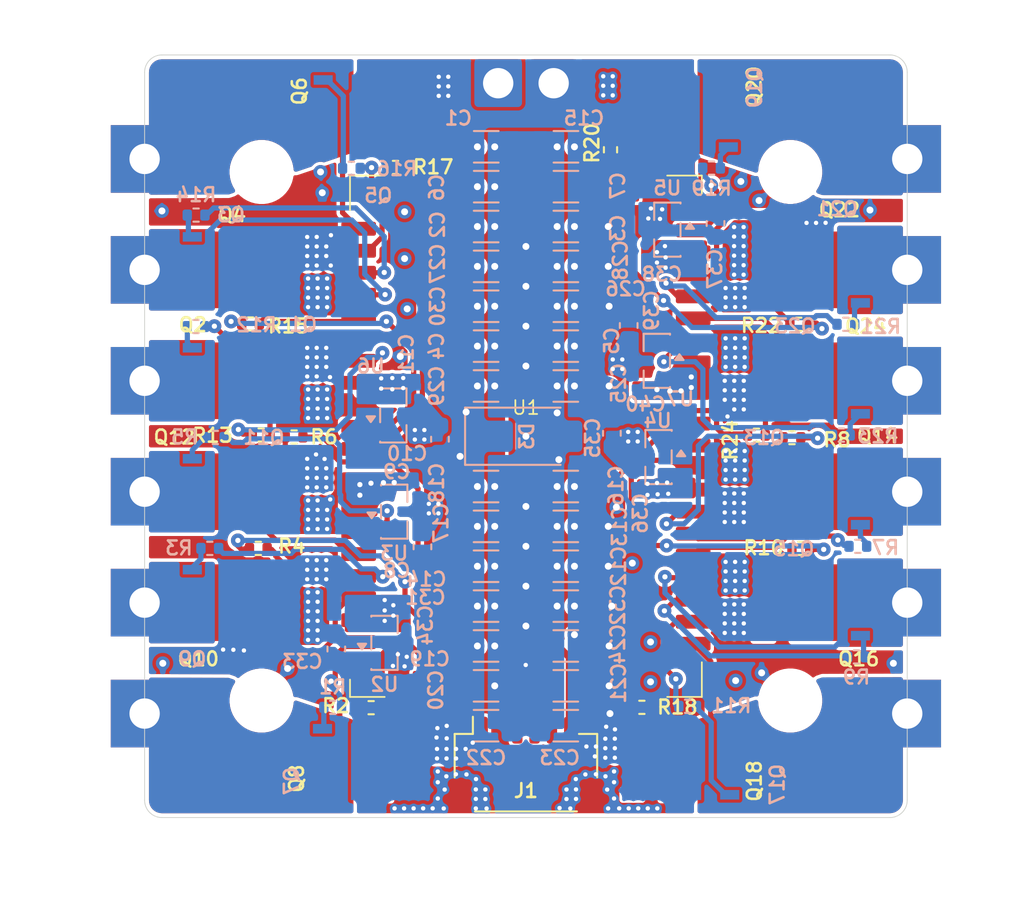
<source format=kicad_pcb>
(kicad_pcb (version 20241229) (generator "pcbnew") (generator_version "9.0")
  (layers (0 "F.Cu" signal) (4 "In1.Cu" signal) (6 "In2.Cu" signal) (2 "B.Cu" signal) (13 "F.Paste" user) (15 "B.Paste" user) (5 "F.SilkS" user "F.Silkscreen") (7 "B.SilkS" user "B.Silkscreen") (1 "F.Mask" user) (3 "B.Mask" user) (25 "Edge.Cuts" user))
  (net 0 "")
  (net 1 "GND")
  (net 2 "+BATT")
  (net 3 "/EscMotor1/MOTORA")
  (net 4 "/EscMotor1/MOTORC")
  (net 5 "/EscMotor1/MOTORB")
  (net 6 "/EscMotor1/GHC_R")
  (net 7 "/EscMotor1/GLC_R")
  (net 8 "/EscMotor1/GHB_R")
  (net 9 "/EscMotor1/GLB_R")
  (net 10 "/EscMotor1/GHA_R")
  (net 11 "/EscMotor1/GLA_R")
  (net 12 "/EscMotor1/GHC")
  (net 13 "/EscMotor1/GLC")
  (net 14 "/EscMotor1/GHB")
  (net 15 "/EscMotor1/GLB")
  (net 16 "/EscMotor1/GHA")
  (net 17 "/EscMotor1/GLA")
  (net 18 "/EscMotor2/MOTORC")
  (net 19 "/SIGNAL2")
  (net 20 "/EscMotor2/MOTORA")
  (net 21 "/EscMotor2/MOTORB")
  (net 22 "/SIGNAL3")
  (net 23 "/EscMotor2/GHC_R")
  (net 24 "/EscMotor2/GLC_R")
  (net 25 "/EscMotor2/GHB_R")
  (net 26 "/SIGNAL1")
  (net 27 "/SIGNAL4")
  (net 28 "/EscMotor2/GLB_R")
  (net 29 "/EscMotor3/MOTORC")
  (net 30 "/EscMotor2/GHA_R")
  (net 31 "/EscMotor3/MOTORA")
  (net 32 "/EscMotor2/GLA_R")
  (net 33 "/EscMotor2/GHC")
  (net 34 "/EscMotor2/GLC")
  (net 35 "/EscMotor2/GHB")
  (net 36 "/EscMotor2/GLB")
  (net 37 "/EscMotor3/MOTORB")
  (net 38 "/EscMotor2/GHA")
  (net 39 "/EscMotor4/MOTORB")
  (net 40 "/EscMotor4/MOTORA")
  (net 41 "/EscMotor2/GLA")
  (net 42 "/EscMotor4/MOTORC")
  (net 43 "/EscMotor3/GHC_R")
  (net 44 "/EscMotor3/GLC_R")
  (net 45 "/EscMotor3/GHB_R")
  (net 46 "/EscMotor3/GLB_R")
  (net 47 "/EscMotor3/GHA_R")
  (net 48 "/EscMotor3/GLA_R")
  (net 49 "/EscMotor4/GHC_R")
  (net 50 "/EscMotor4/GLC_R")
  (net 51 "/EscMotor4/GHB_R")
  (net 52 "/EscMotor4/GLB_R")
  (net 53 "/EscMotor4/GHA_R")
  (net 54 "/EscMotor4/GLA_R")
  (net 55 "/EscMotor3/GHC")
  (net 56 "/EscMotor3/GLC")
  (net 57 "/EscMotor3/GHB")
  (net 58 "/EscMotor3/GLB")
  (net 59 "/EscMotor3/GHA")
  (net 60 "/EscMotor3/GLA")
  (net 61 "/EscMotor4/GHC")
  (net 62 "/EscMotor4/GLC")
  (net 63 "/EscMotor4/GHB")
  (net 64 "/EscMotor4/GLB")
  (net 65 "/EscMotor4/GHA")
  (net 66 "/EscMotor4/GLA")
  (net 67 "/5V_1")
  (net 68 "/5V_2")
  (net 69 "/5V_3")
  (net 70 "/5V_4")
  (net 71 "/3V3_1")
  (net 72 "/3V3_2")
  (footprint "Resistor_SMD:R_0402_1005Metric" (layer "F.Cu") (at 113.07 107.66)
    (property "Reference" "R2")
    (property "Value" "20")
  )
  (footprint "Resistor_SMD:R_0402_1005Metric" (layer "F.Cu") (at 108.625 92.04 180)
    (property "Reference" "R6")
    (property "Value" "20")
  )
  (footprint "Custom:InfineonTdson8FL" (layer "F.Cu") (at 130.94 110.77)
    (property "Reference" "Q18")
    (property "Value" "BSC010N04LS6")
  )
  (footprint "Custom:InfineonTdson8FL" (layer "F.Cu") (at 138.5 101.6)
    (property "Reference" "Q16")
    (property "Value" "BSC010N04LS6")
  )
  (footprint "Custom:InfineonTdson8FL" (layer "F.Cu") (at 105.55 82.4 180)
    (property "Reference" "Q4")
    (property "Value" "BSC010N04LS6")
  )
  (footprint "Custom:EscMotorConnector" (layer "F.Cu") (at 100 90.2 90)
    (property "Reference" "J10" (hide yes))
    (property "Value" "Conn_01x03_Pin")
  )
  (footprint "Custom:LogicBoard" (layer "F.Cu") (at 122 92)
    (property "Reference" "U1")
    (property "Value" "~")
  )
  (footprint "Custom:InfineonTdson8FL" (layer "F.Cu") (at 105.55 101.6 180)
    (property "Reference" "Q10")
    (property "Value" "BSC010N04LS6")
  )
  (footprint "Custom:EscBatteryConnector" (layer "F.Cu") (at 123.6 71.63 90)
    (property "Reference" "J2" (hide yes))
    (property "Value" "Conn_01x01")
  )
  (footprint "Custom:EscMotorConnector" (layer "F.Cu") (at 144 74.6 -90)
    (property "Reference" "J6" (hide yes))
    (property "Value" "Conn_01x03_Pin")
  )
  (footprint "Custom:EscBatteryConnector" (layer "F.Cu") (at 120.4 71.63 90)
    (property "Reference" "J3" (hide yes))
    (property "Value" "Conn_01x01")
  )
  (footprint "Custom:EscScrewHole" (layer "F.Cu") (at 137.25 76.75)
    (property "Reference" "H4" (hide yes))
    (property "Value" "MountingHole")
  )
  (footprint "Connector_JST:JST_SH_SM06B-SRSS-TB_1x06-1MP_P1.00mm_Horizontal" (layer "F.Cu") (at 122 110.96)
    (property "Reference" "J1")
    (property "Value" "Conn_01x08_MountingPin")
  )
  (footprint "Resistor_SMD:R_0402_1005Metric" (layer "F.Cu") (at 137.35 92.08 180)
    (property "Reference" "R8")
    (property "Value" "20")
  )
  (footprint "Resistor_SMD:R_0402_1005Metric" (layer "F.Cu") (at 126.88 75.47 90)
    (property "Reference" "R20")
    (property "Value" "20")
  )
  (footprint "Custom:InfineonTdson8FL" (layer "F.Cu") (at 138.5 88.8)
    (property "Reference" "Q24")
    (property "Value" "BSC010N04LS6")
  )
  (footprint "Resistor_SMD:R_0402_1005Metric" (layer "F.Cu") (at 106.56 98.47)
    (property "Reference" "R4")
    (property "Value" "20")
  )
  (footprint "Custom:InfineonTdson8FL" (layer "F.Cu") (at 138.5 95.2)
    (property "Reference" "Q14")
    (property "Value" "BSC010N04LS6")
  )
  (footprint "Custom:InfineonTdson8FL" (layer "F.Cu") (at 138.5 82.4)
    (property "Reference" "Q22")
    (property "Value" "BSC010N04LS6")
  )
  (footprint "Custom:InfineonTdson8FL" (layer "F.Cu") (at 130.88 73.41)
    (property "Reference" "Q20")
    (property "Value" "BSC010N04LS6")
  )
  (footprint "Resistor_SMD:R_0402_1005Metric" (layer "F.Cu") (at 114.475 76.49)
    (property "Reference" "R17")
    (property "Value" "20")
  )
  (footprint "Custom:EscMotorConnector" (layer "F.Cu") (at 144 93.8 -90)
    (property "Reference" "J5" (hide yes))
    (property "Value" "Conn_01x03_Pin")
  )
  (footprint "Custom:EscScrewHole" (layer "F.Cu") (at 106.75 107.25)
    (property "Reference" "H2" (hide yes))
    (property "Value" "MountingHole")
  )
  (footprint "Resistor_SMD:R_0402_1005Metric" (layer "F.Cu") (at 128.69 107.64)
    (property "Reference" "R18")
    (property "Value" "20")
  )
  (footprint "Custom:EscScrewHole" (layer "F.Cu") (at 137.25 107.25)
    (property "Reference" "H3" (hide yes))
    (property "Value" "MountingHole")
  )
  (footprint "Resistor_SMD:R_0402_1005Metric" (layer "F.Cu") (at 135.3 91.94)
    (property "Reference" "R24")
    (property "Value" "20")
  )
  (footprint "Resistor_SMD:R_0402_1005Metric" (layer "F.Cu") (at 137.86 98.47 180)
    (property "Reference" "R10")
    (property "Value" "20")
  )
  (footprint "Resistor_SMD:R_0402_1005Metric" (layer "F.Cu") (at 106.725 91.925)
    (property "Reference" "R13")
    (property "Value" "20")
  )
  (footprint "Custom:InfineonTdson8FL" (layer "F.Cu") (at 113.1 73.35 180)
    (property "Reference" "Q6")
    (property "Value" "BSC010N04LS6")
  )
  (footprint "Resistor_SMD:R_0402_1005Metric" (layer "F.Cu") (at 106.11 85.52)
    (property "Reference" "R15")
    (property "Value" "20")
  )
  (footprint "Resistor_SMD:R_0402_1005Metric" (layer "F.Cu") (at 137.74 85.54 180)
    (property "Reference" "R22")
    (property "Value" "20")
  )
  (footprint "Custom:InfineonTdson8FL" (layer "F.Cu") (at 105.55 95.2 180)
    (property "Reference" "Q12")
    (property "Value" "BSC010N04LS6")
  )
  (footprint "Custom:EscMotorConnector" (layer "F.Cu") (at 100 109.4 90)
    (property "Reference" "J4" (hide yes))
    (property "Value" "Conn_01x03_Pin")
  )
  (footprint "Custom:InfineonTdson8FL" (layer "F.Cu") (at 113.06 110.78 180)
    (property "Reference" "Q8")
    (property "Value" "BSC010N04LS6")
  )
  (footprint "Custom:EscScrewHole" (layer "F.Cu") (at 106.75 76.75)
    (property "Reference" "H1" (hide yes))
    (property "Value" "MountingHole")
  )
  (footprint "Custom:InfineonTdson8FL" (layer "F.Cu") (at 105.55 88.8 180)
    (property "Reference" "Q2")
    (property "Value" "BSC010N04LS6")
  )
  (footprint "Package_TO_SOT_SMD:SOT-23" (layer "B.Cu") (at 113.84 103.92)
    (property "Reference" "U2")
    (property "Value" "AP7381-50SA-7")
  )
  (footprint "Capacitor_SMD:C_0201_0603Metric" (layer "B.Cu") (at 115.1 102.655 -90)
    (property "Reference" "C34")
    (property "Value" "1u")
  )
  (footprint "Capacitor_SMD:C_1206_3216Metric" (layer "B.Cu") (at 124.3 99.5 180)
    (property "Reference" "C12")
    (property "Value" "47uF25V")
  )
  (footprint "Resistor_SMD:R_0402_1005Metric" (layer "B.Cu") (at 132.71 76.53)
    (property "Reference" "R19")
    (property "Value" "20")
  )
  (footprint "Capacitor_SMD:C_1206_3216Metric" (layer "B.Cu") (at 124.3 86.8 180)
    (property "Reference" "C5")
    (property "Value" "47uF25V")
  )
  (footprint "Resistor_SMD:R_0402_1005Metric" (layer "B.Cu") (at 102.97 79.24 180)
    (property "Reference" "R14")
    (property "Value" "20")
  )
  (footprint "Capacitor_SMD:C_1206_3216Metric" (layer "B.Cu") (at 119.7 101.8)
    (property "Reference" "C31")
    (property "Value" "47uF25V")
  )
  (footprint "Custom:InfineonTdson8FL" (layer "B.Cu") (at 113.1 73.35)
    (property "Reference" "Q5")
    (property "Value" "BSC010N04LS6")
  )
  (footprint "Package_TO_SOT_SMD:SOT-23" (layer "B.Cu") (at 114.4 96.35)
    (property "Reference" "U3")
    (property "Value" "AP7381-33SA-7")
  )
  (footprint "Capacitor_SMD:C_1206_3216Metric" (layer "B.Cu") (at 119.7 104.1)
    (property "Reference" "C19")
    (property "Value" "47uF25V")
  )
  (footprint "Capacitor_SMD:C_1206_3216Metric" (layer "B.Cu") (at 119.705 79.9)
    (property "Reference" "C2")
    (property "Value" "47uF25V")
  )
  (footprint "Capacitor_SMD:C_1206_3216Metric" (layer "B.Cu") (at 119.71 77.6)
    (property "Reference" "C6")
    (property "Value" "47uF25V")
  )
  (footprint "Capacitor_SMD:C_1206_3216Metric" (layer "B.Cu") (at 124.3 101.8 180)
    (property "Reference" "C32")
    (property "Value" "47uF25V")
  )
  (footprint "Custom:InfineonTdson8FL" (layer "B.Cu") (at 105.55 95.2)
    (property "Reference" "Q11")
    (property "Value" "BSC010N04LS6")
  )
  (footprint "Capacitor_SMD:C_1206_3216Metric" (layer "B.Cu") (at 124.305 84.5 180)
    (property "Reference" "C26")
    (property "Value" "47uF25V")
  )
  (footprint "Capacitor_SMD:C_0603_1608Metric" (layer "B.Cu") (at 126.96 91.83 -90)
    (property "Reference" "C35")
    (property "Value" "1uF25V")
  )
  (footprint "Capacitor_SMD:C_1206_3216Metric" (layer "B.Cu") (at 119.705 82.2)
    (property "Reference" "C27")
    (property "Value" "47uF25V")
  )
  (footprint "Capacitor_SMD:C_1206_3216Metric" (layer "B.Cu") (at 124.3 94.9 180)
    (property "Reference" "C16")
    (property "Value" "47uF25V")
  )
  (footprint "Package_TO_SOT_SMD:SOT-23" (layer "B.Cu") (at 129.554 87.65 180)
    (property "Reference" "U7")
    (property "Value" "AP7381-33SA-7")
  )
  (footprint "Custom:InfineonTdson8FL" (layer "B.Cu") (at 105.55 82.4)
    (property "Reference" "Q3")
    (property "Value" "BSC010N04LS6")
  )
  (footprint "Package_TO_SOT_SMD:SOT-23" (layer "B.Cu") (at 114.35 90.8)
    (property "Reference" "U6")
    (property "Value" "AP7381-50SA-7")
  )
  (footprint "Custom:InfineonTdson8FL" (layer "B.Cu") (at 138.5 95.2 180)
    (property "Reference" "Q13")
    (property "Value" "BSC010N04LS6")
  )
  (footprint "Resistor_SMD:R_0402_1005Metric" (layer "B.Cu") (at 140.46 85.54)
    (property "Reference" "R21")
    (property "Value" "20")
  )
  (footprint "Resistor_SMD:R_0402_1005Metric" (layer "B.Cu") (at 131.33 107.58)
    (property "Reference" "R11")
    (property "Value" "20")
  )
  (footprint "Capacitor_SMD:C_1206_3216Metric" (layer "B.Cu") (at 119.7025 86.8)
    (property "Reference" "C4")
    (property "Value" "47uF25V")
  )
  (footprint "Custom:InfineonTdson8FL" (layer "B.Cu") (at 130.88 73.41 180)
    (property "Reference" "Q19")
    (property "Value" "BSC010N04LS6")
  )
  (footprint "Capacitor_SMD:C_1206_3216Metric" (layer "B.Cu") (at 124.31 77.6 180)
    (property "Reference" "C7")
    (property "Value" "47uF25V")
  )
  (footprint "Capacitor_SMD:C_1206_3216Metric" (layer "B.Cu") (at 119.7 108.7)
    (property "Reference" "C22")
    (property "Value" "47uF25V")
  )
  (footprint "Capacitor_SMD:C_0603_1608Metric" (layer "B.Cu") (at 111.06 104.275 90)
    (property "Reference" "C33")
    (property "Value" "1uF25V")
  )
  (footprint "Resistor_SMD:R_0402_1005Metric" (layer "B.Cu") (at 141.15 98.35)
    (property "Reference" "R7")
    (property "Value" "20")
  )
  (footprint "Capacitor_SMD:C_1206_3216Metric" (layer "B.Cu") (at 119.7 106.4)
    (property "Reference" "C20")
    (property "Value" "47uF25V")
  )
  (footprint "Resistor_SMD:R_0402_1005Metric" (layer "B.Cu") (at 110.85 107.64 180)
    (property "Reference" "R1")
    (property "Value" "20")
  )
  (footprint "Capacitor_SMD:C_1206_3216Metric" (layer "B.Cu") (at 119.7 99.5)
    (property "Reference" "C14")
    (property "Value" "47uF25V")
  )
  (footprint "Custom:InfineonTdson8FL" (layer "B.Cu") (at 113.06 110.78)
    (property "Reference" "Q7")
    (property "Value" "BSC010N04LS6")
  )
  (footprint "Resistor_SMD:R_0402_1005Metric" (layer "B.Cu") (at 103.76 98.47 180)
    (property "Reference" "R3")
    (property "Value" "20")
  )
  (footprint "Custom:InfineonTdson8FL" (layer "B.Cu") (at 138.5 101.6 180)
    (property "Reference" "Q15")
    (property "Value" "BSC010N04LS6")
  )
  (footprint "Capacitor_SMD:C_1206_3216Metric" (layer "B.Cu") (at 124.3 89.1 180)
    (property "Reference" "C25")
    (property "Value" "47uF25V")
  )
  (footprint "Capacitor_SMD:C_0201_0603Metric" (layer "B.Cu") (at 128.25 94.55 90)
    (property "Reference" "C36")
    (property "Value" "1u")
  )
  (footprint "Capacitor_SMD:C_0603_1608Metric" (layer "B.Cu") (at 132.94 79.725 -90)
    (property "Reference" "C37")
    (property "Value" "1uF25V")
  )
  (footprint "Custom:InfineonTdson8FL" (layer "B.Cu") (at 130.96 110.78 180)
    (property "Reference" "Q17")
    (property "Value" "BSC010N04LS6")
  )
  (footprint "Capacitor_SMD:C_1206_3216Metric" (layer "B.Cu") (at 124.305 82.2 180)
    (property "Reference" "C28")
    (property "Value" "47uF25V")
  )
  (footprint "Capacitor_SMD:C_0603_1608Metric" (layer "B.Cu") (at 117.04 92.17 90)
    (property "Reference" "C10")
    (property "Value" "1uF25V")
  )
  (footprint "Capacitor_SMD:C_1206_3216Metric" (layer "B.Cu") (at 124.3 97.2 180)
    (property "Reference" "C13")
    (property "Value" "47uF25V")
  )
  (footprint "Capacitor_SMD:C_0603_1608Metric" (layer "B.Cu") (at 127.93 85.61 -90)
    (property "Reference" "C39")
    (property "Value" "1uF25V")
  )
  (footprint "Capacitor_SMD:C_0201_0603Metric" (layer "B.Cu") (at 115.75 89.45 -90)
    (property "Reference" "C11")
    (property "Value" "1u")
  )
  (footprint "Custom:InfineonTdson8FL" (layer "B.Cu") (at 105.55 101.6)
    (property "Reference" "Q9")
    (property "Value" "BSC010N04LS6")
  )
  (footprint "Capacitor_SMD:C_0201_0603Metric" (layer "B.Cu") (at 128.9 81.345 90)
    (property "Reference" "C38")
    (property "Value" "1u")
  )
  (footprint "Capacitor_SMD:C_0201_0603Metric" (layer "B.Cu") (at 128.304 88.91 90)
    (property "Reference" "C40")
    (property "Value" "1u")
  )
  (footprint "Capacitor_SMD:C_1206_3216Metric" (layer "B.Cu") (at 124.305 79.9 180)
    (property "Reference" "C3")
    (property "Value" "47uF25V")
  )
  (footprint "Resistor_SMD:R_0402_1005Metric" (layer "B.Cu") (at 102.96 85.67 180)
    (property "Reference" "R12")
    (property "Value" "20")
  )
  (footprint "Custom:InfineonTdson8FL" (layer "B.Cu") (at 105.55 88.8)
    (property "Reference" "Q1")
    (property "Value" "BSC010N04LS6")
  )
  (footprint "Diode_SMD:D_SMA" (layer "B.Cu") (at 122 92)
    (property "Reference" "D3")
    (property "Value" "Z1SMAxxx")
  )
  (footprint "Capacitor_SMD:C_1206_3216Metric" (layer "B.Cu") (at 119.71 75.3)
    (property "Reference" "C1")
    (property "Value" "47uF25V")
  )
  (footprint "Capacitor_SMD:C_1206_3216Metric" (layer "B.Cu") (at 119.7 97.2)
    (property "Reference" "C17")
    (property "Value" "47uF25V")
  )
  (footprint "Custom:InfineonTdson8FL" (layer "B.Cu") (at 138.5 88.8 180)
    (property "Reference" "Q23")
    (property "Value" "BSC010N04LS6")
  )
  (footprint "Capacitor_SMD:C_1206_3216Metric" (layer "B.Cu") (at 119.705 84.5)
    (property "Reference" "C30")
    (property "Value" "47uF25V")
  )
  (footprint "Capacitor_SMD:C_1206_3216Metric" (layer "B.Cu") (at 124.3 106.4 180)
    (property "Reference" "C21")
    (property "Value" "47uF25V")
  )
  (footprint "Capacitor_SMD:C_1206_3216Metric" (layer "B.Cu") (at 119.7 94.9)
    (property "Reference" "C18")
    (property "Value" "47uF25V")
  )
  (footprint "Package_TO_SOT_SMD:SOT-23" (layer "B.Cu") (at 130.16 80.08 180)
    (property "Reference" "U5")
    (property "Value" "AP7381-50SA-7")
  )
  (footprint "Capacitor_SMD:C_1206_3216Metric" (layer "B.Cu") (at 124.3 104.1 180)
    (property "Reference" "C24")
    (property "Value" "47uF25V")
  )
  (footprint "Resistor_SMD:R_0402_1005Metric" (layer "B.Cu") (at 140.2 91.93)
    (property "Reference" "R23")
    (property "Value" "20")
  )
  (footprint "Resistor_SMD:R_0402_1005Metric" (layer "B.Cu") (at 141.07 104.73)
    (property "Reference" "R9")
    (property "Value" "20")
  )
  (footprint "Capacitor_SMD:C_1206_3216Metric" (layer "B.Cu") (at 124.31 75.3 180)
    (property "Reference" "C15")
    (property "Value" "47uF25V")
  )
  (footprint "Capacitor_SMD:C_1206_3216Metric" (layer "B.Cu") (at 119.7 89.1)
    (property "Reference" "C29")
    (property "Value" "47uF25V")
  )
  (footprint "Resistor_SMD:R_0402_1005Metric" (layer "B.Cu") (at 104.08 92.07 180)
    (property "Reference" "R5")
    (property "Value" "20")
  )
  (footprint "Resistor_SMD:R_0402_1005Metric" (layer "B.Cu") (at 111.93 76.54 180)
    (property "Reference" "R16")
    (property "Value" "20")
  )
  (footprint "Package_TO_SOT_SMD:SOT-23" (layer "B.Cu") (at 129.65 93.2 180)
    (property "Reference" "U4")
    (property "Value" "AP7381-50SA-7")
  )
  (footprint "Custom:InfineonTdson8FL" (layer "B.Cu") (at 138.5 82.4 180)
    (property "Reference" "Q21")
    (property "Value" "BSC010N04LS6")
  )
  (footprint "Capacitor_SMD:C_0201_0603Metric" (layer "B.Cu") (at 115.65 95.09 -90)
    (property "Reference" "C9")
    (property "Value" "1u")
  )
  (footprint "Capacitor_SMD:C_1206_3216Metric" (layer "B.Cu") (at 124.3 108.7 180)
    (property "Reference" "C23")
    (property "Value" "47uF25V")
  )
  (footprint "Capacitor_SMD:C_0603_1608Metric" (layer "B.Cu") (at 116.03 98.38 90)
    (property "Reference" "C8")
    (property "Value" "1uF25V")
  )
  (gr_arc (start 144 113) (mid 143.707107 113.707107) (end 143 114) (stroke (width 0.05)) (layer "Edge.Cuts"))
  (gr_line (start 101 70) (end 143 70) (stroke (width 0.05)) (layer "Edge.Cuts"))
  (gr_arc (start 143 70) (mid 143.707107 70.292893) (end 144 71) (stroke (width 0.05)) (layer "Edge.Cuts"))
  (gr_arc (start 100 71) (mid 100.292893 70.292893) (end 101 70) (stroke (width 0.05)) (layer "Edge.Cuts"))
  (gr_line (start 143 114) (end 101 114) (stroke (width 0.05)) (layer "Edge.Cuts"))
  (gr_line (start 144 71) (end 144 113) (stroke (width 0.05)) (layer "Edge.Cuts"))
  (gr_line (start 100 113) (end 100 71) (stroke (width 0.05)) (layer "Edge.Cuts"))
  (gr_arc (start 101 114) (mid 100.292893 113.707107) (end 100 113) (stroke (width 0.05)) (layer "Edge.Cuts"))
  (via (at 129.19 103.87) (size 0.8) (drill 0.4) (layers "F.Cu" "B.Cu") (net 1))
  (via (at 120.2 84.5) (size 0.8) (drill 0.4) (layers "F.Cu" "B.Cu") (net 1))
  (via (at 133.52 87.45) (size 0.55) (drill 0.25) (layers "F.Cu" "B.Cu") (net 1))
  (via (at 135.6 105.65) (size 0.8) (drill 0.4) (layers "F.Cu" "B.Cu") (net 1))
  (via (at 109.98 96.25) (size 0.55) (drill 0.25) (layers "F.Cu" "B.Cu") (net 1))
  (via (at 119.11 112.925) (size 0.55) (drill 0.25) (layers "F.Cu" "B.Cu") (net 1))
  (via (at 127.084998 111.34) (size 0.55) (drill 0.25) (layers "F.Cu" "B.Cu") (net 1))
  (via (at 134.56 81.03) (size 0.55) (drill 0.25) (layers "F.Cu" "B.Cu") (net 1))
  (via (at 134.07 99.25) (size 0.55) (drill 0.25) (layers "F.Cu" "B.Cu") (net 1))
  (via (at 116.915002 111.96) (size 0.55) (drill 0.25) (layers "F.Cu" "B.Cu") (net 1))
  (via (at 117.96 111.5) (size 0.55) (drill 0.25) (layers "F.Cu" "B.Cu") (net 1))
  (via (at 109.98 82.9) (size 0.55) (drill 0.25) (layers "F.Cu" "B.Cu") (net 1))
  (via (at 110.53 84.55) (size 0.55) (drill 0.25) (layers "F.Cu" "B.Cu") (net 1))
  (via (at 110.53 90.95) (size 0.55) (drill 0.25) (layers "F.Cu" "B.Cu") (net 1))
  (via (at 109.43 96.25) (size 0.55) (drill 0.25) (layers "F.Cu" "B.Cu") (net 1))
  (via (at 109.98 97.35) (size 0.55) (drill 0.25) (layers "F.Cu" "B.Cu") (net 1))
  (via (at 116.07 113.47) (size 0.55) (drill 0.25) (layers "F.Cu" "B.Cu") (net 1))
  (via (at 123.799997 97.2) (size 0.8) (drill 0.4) (layers "F.Cu" "B.Cu") (net 1))
  (via (at 133.52 93.4) (size 0.55) (drill 0.25) (layers "F.Cu" "B.Cu") (net 1))
  (via (at 134.07 92.85) (size 0.55) (drill 0.25) (layers "F.Cu" "B.Cu") (net 1))
  (via (at 114.612836 104.581367) (size 0.55) (drill 0.25) (layers "F.Cu" "B.Cu") (net 1))
  (via (at 127.93 113.47) (size 0.55) (drill 0.25) (layers "F.Cu" "B.Cu") (net 1))
  (via (at 109.43 89.3) (size 0.55) (drill 0.25) (layers "F.Cu" "B.Cu") (net 1))
  (via (at 109.98 89.85) (size 0.55) (drill 0.25) (layers "F.Cu" "B.Cu") (net 1))
  (via (at 109.98 84.55) (size 0.55) (drill 0.25) (layers "F.Cu" "B.Cu") (net 1))
  (via (at 128.14 99.32) (size 0.8) (drill 0.4) (layers "F.Cu" "B.Cu") (net 1))
  (via (at 134.07 93.4) (size 0.55) (drill 0.25) (layers "F.Cu" "B.Cu") (net 1))
  (via (at 109.43 101) (size 0.55) (drill 0.25) (layers "F.Cu" "B.Cu") (net 1))
  (via (at 128.48 113.47) (size 0.55) (drill 0.25) (layers "F.Cu" "B.Cu") (net 1))
  (via (at 122 100.65) (size 0.8) (drill 0.4) (layers "F.Cu" "B.Cu") (net 1))
  (via (at 110.25 77.95) (size 0.8) (drill 0.4) (layers "F.Cu" "B.Cu") (net 1))
  (via (at 117.257644 113.475) (size 0.55) (drill 0.25) (layers "F.Cu" "B.Cu") (net 1))
  (via (at 123.799997 82.2) (size 0.8) (drill 0.4) (layers "F.Cu" "B.Cu") (net 1))
  (via (at 129.19 106.17) (size 0.8) (drill 0.4) (layers "F.Cu" "B.Cu") (net 1))
  (via (at 116.14 92.19) (size 0.55) (drill 0.25) (layers "F.Cu" "B.Cu") (net 1))
  (via (at 123.799997 101.8) (size 0.8) (drill 0.4) (layers "F.Cu" "B.Cu") (net 1))
  (via (at 127.01 71.78) (size 0.55) (drill 0.25) (layers "F.Cu" "B.Cu") (net 1))
  (via (at 122 98.35) (size 0.8) (drill 0.4) (layers "F.Cu" "B.Cu") (net 1))
  (via (at 115.15 84.65) (size 0.8) (drill 0.4) (layers "F.Cu" "B.Cu") (net 1))
  (via (at 129.735 79.46) (size 0.55) (drill 0.25) (layers "F.Cu" "B.Cu") (net 1))
  (via (at 114.75 87.4) (size 0.8) (drill 0.4) (layers "F.Cu" "B.Cu") (net 1))
  (via (at 134.62 86.35) (size 0.55) (drill 0.25) (layers "F.Cu" "B.Cu") (net 1))
  (via (at 123.799997 75.3) (size 0.8) (drill 0.4) (layers "F.Cu" "B.Cu") (net 1))
  (via (at 129.03 113.47) (size 0.55) (drill 0.25) (layers "F.Cu" "B.Cu") (net 1))
  (via (at 127.56 88.12) (size 0.55) (drill 0.25) (layers "F.Cu" "B.Cu") (net 1))
  (via (at 133.52 93.95) (size 0.55) (drill 0.25) (layers "F.Cu" "B.Cu") (net 1))
  (via (at 134.01 80.48) (size 0.55) (drill 0.25) (layers "F.Cu" "B.Cu") (net 1))
  (via (at 134.62 99.25) (size 0.55) (drill 0.25) (layers "F.Cu" "B.Cu") (net 1))
  (via (at 115 81.75) (size 0.8) (drill 0.4) (layers "F.Cu" "B.Cu") (net 1))
  (via (at 123.799997 99.5) (size 0.8) (drill 0.4) (layers "F.Cu" "B.Cu") (net 1))
  (via (at 134.62 86.9) (size 0.55) (drill 0.25) (layers "F.Cu" "B.Cu") (net 1))
  (via (at 115.59 92.19) (size 0.55) (drill 0.25) (layers "F.Cu" "B.Cu") (net 1))
  (via (at 123.94 113.45) (size 0.55) (drill 0.25) (layers "F.Cu" "B.Cu") (net 1))
  (via (at 126.04 111.5) (size 0.55) (drill 0.25) (layers "F.Cu" "B.Cu") (net 1))
  (via (at 133.52 99.8) (size 0.55) (drill 0.25) (layers "F.Cu" "B.Cu") (net 1))
  (via (at 124.89 112.925) (size 0.55) (drill 0.25) (layers "F.Cu" "B.Cu") (net 1))
  (via (at 134.07 99.8) (size 0.55) (drill 0.25) (layers "F.Cu" "B.Cu") (net 1))
  (via (at 116.95 95.9) (size 0.55) (drill 0.25) (layers "F.Cu" "B.Cu") (net 1))
  (via (at 126.46 71.78) (size 0.55) (drill 0.25) (layers "F.Cu" "B.Cu") (net 1))
  (via (at 134.07 86.9) (size 0.55) (drill 0.25) (layers "F.Cu" "B.Cu") (net 1))
  (via (at 134.62 93.95) (size 0.55) (drill 0.25) (layers "F.Cu" "B.Cu") (net 1))
  (via (at 135.45 78.4) (size 0.8) (drill 0.4) (layers "F.Cu" "B.Cu") (net 1))
  (via (at 134.07 88) (size 0.55) (drill 0.25) (layers "F.Cu" "B.Cu") (net 1))
  (via (at 133.52 94.5) (size 0.55) (drill 0.25) (layers "F.Cu" "B.Cu") (net 1))
  (via (at 129.061 79.435) (size 0.55) (drill 0.25) (layers "F.Cu" "B.Cu") (net 1))
  (via (at 124.34 112.38) (size 0.55) (drill 0.25) (layers "F.Cu" "B.Cu") (net 1))
  (via (at 133.52 86.9) (size 0.55) (drill 0.25) (layers "F.Cu" "B.Cu") (net 1))
  (via (at 127.56 87.57) (size 0.55) (drill 0.25) (layers "F.Cu" "B.Cu") (net 1))
  (via (at 119.66 112.38) (size 0.55) (drill 0.25) (layers "F.Cu" "B.Cu") (net 1))
  (via (at 110.53 84) (size 0.55) (drill 0.25) (layers "F.Cu" "B.Cu") (net 1))
  (via (at 127.01 88.12) (size 0.55) (drill 0.25) (layers "F.Cu" "B.Cu") (net 1))
  (via (at 120.2 77.6) (size 0.8) (drill 0.4) (layers "F.Cu" "B.Cu") (net 1))
  (via (at 120.2 89.1) (size 0.8) (drill 0.4) (layers "F.Cu" "B.Cu") (net 1))
  (via (at 134.62 88) (size 0.55) (drill 0.25) (layers "F.Cu" "B.Cu") (net 1))
  (via (at 116.14 91.64) (size 0.55) (drill 0.25) (layers "F.Cu" "B.Cu") (net 1))
  (via (at 128.45 91.75) (size 0.55) (drill 0.25) (layers "F.Cu" "B.Cu") (net 1))
  (via (at 129.86 78.91) (size 0.55) (drill 0.25) (layers "F.Cu" "B.Cu") (net 1))
  (via (at 109.98 90.95) (size 0.55) (drill 0.25) (layers "F.Cu" "B.Cu") (net 1))
  (via (at 109.43 102.1) (size 0.55) (drill 0.25) (layers "F.Cu" "B.Cu") (net 1))
  (via (at 109.43 84.55) (size 0.55) (drill 0.25) (layers "F.Cu" "B.Cu") (net 1))
  (via (at 120.2 86.8) (size 0.8) (drill 0.4) (layers "F.Cu" "B.Cu") (net 1))
  (via (at 123.799997 86.8) (size 0.8) (drill 0.4) (layers "F.Cu" "B.Cu") (net 1))
  (via (at 115.125 104.725) (size 0.55) (drill 0.25) (layers "F.Cu" "B.Cu") (net 1))
  (via (at 121.988675 105.196527) (size 0.55) (drill 0.25) (layers "F.Cu" "B.Cu") (net 1))
  (via (at 116.95 96.45) (size 0.55) (drill 0.25) (layers "F.Cu" "B.Cu") (net 1))
  (via (at 126.742356 113.475) (size 0.55) (drill 0.25) (layers "F.Cu" "B.Cu") (net 1))
  (via (at 109.43 103.2) (size 0.55) (drill 0.25) (layers "F.Cu" "B.Cu") (net 1))
  (via (at 110.53 89.3) (size 0.55) (drill 0.25) (layers "F.Cu" "B.Cu") (net 1))
  (via (at 110.15 76.75) (size 0.8) (drill 0.4) (layers "F.Cu" "B.Cu") (net 1))
  (via (at 109.43 90.4) (size 0.55) (drill 0.25) (layers "F.Cu" "B.Cu") (net 1))
  (via (at 126.687557 112.385661) (size 0.55) (drill 0.25) (layers "F.Cu" "B.Cu") (net 1))
  (via (at 133.52 100.9) (size 0.55) (drill 0.25) (layers "F.Cu" "B.Cu") (net 1))
  (via (at 109.98 90.4) (size 0.55) (drill 0.25) (layers "F.Cu" "B.Cu") (net 1))
  (via (at 134.62 93.4) (size 0.55) (drill 0.25) (layers "F.Cu" "B.Cu") (net 1))
  (via (at 119.73 113.475) (size 0.55) (drill 0.25) (layers "F.Cu" "B.Cu") (net 1))
  (via (at 134.62 92.85) (size 0.55) (drill 0.25) (layers "F.Cu" "B.Cu") (net 1))
  (via (at 128.45 92.3) (size 0.55) (drill 0.25) (layers "F.Cu" "B.Cu") (net 1))
  (via (at 120.2 99.5) (size 0.8) (drill 0.4) (layers "F.Cu" "B.Cu") (net 1))
  (via (at 134.56 79.93) (size 0.55) (drill 0.25) (layers "F.Cu" "B.Cu") (net 1))
  (via (at 109.43 83.45) (size 0.55) (drill 0.25) (layers "F.Cu" "B.Cu") (net 1))
  (via (at 134.01 82.68) (size 0.55) (drill 0.25) (layers "F.Cu" "B.Cu") (net 1))
  (via (at 109.43 90.95) (size 0.55) (drill 0.25) (layers "F.Cu" "B.Cu") (net 1))
  (via (at 134.01 81.58) (size 0.55) (drill 0.25) (layers "F.Cu" "B.Cu") (net 1))
  (via (at 134.07 94.5) (size 0.55) (drill 0.25) (layers "F.Cu" "B.Cu") (net 1))
  (via (at 123.799997 79.9) (size 0.8) (drill 0.4) (layers "F.Cu" "B.Cu") (net 1))
  (via (at 119.11 113.475) (size 0.55) (drill 0.25) (layers "F.Cu" "B.Cu") (net 1))
  (via (at 134.4 77.3) (size 0.8) (drill 0.4) (layers "F.Cu" "B.Cu") (net 1))
  (via (at 127.9 91.75) (size 0.55) (drill 0.25) (layers "F.Cu" "B.Cu") (net 1))
  (via (at 115.59 91.64) (size 0.55) (drill 0.25) (layers "F.Cu" "B.Cu") (net 1))
  (via (at 127.9 92.3) (size 0.55) (drill 0.25) (layers "F.Cu" "B.Cu") (net 1))
  (via (at 109.98 101.55) (size 0.55) (drill 0.25) (layers "F.Cu" "B.Cu") (net 1))
  (via (at 133.52 86.35) (size 0.55) (drill 0.25) (layers "F.Cu" "B.Cu") (net 1))
  (via (at 122 102.95) (size 0.8) (drill 0.4) (layers "F.Cu" "B.Cu") (net 1))
  (via (at 127.01 72.33) (size 0.55) (drill 0.25) (layers "F.Cu" "B.Cu") (net 1))
  (via (at 122 96.05) (size 0.8) (drill 0.4) (layers "F.Cu" "B.Cu") (net 1))
  (via (at 134.07 100.35) (size 0.55) (drill 0.25) (layers "F.Cu" "B.Cu") (net 1))
  (via (at 127.084998 111.96) (size 0.55) (drill 0.25) (layers "F.Cu" "B.Cu") (net 1))
  (via (at 122 85.65) (size 0.8) (drill 0.4) (layers "F.Cu" "B.Cu") (net 1))
  (via (at 109.43 89.85) (size 0.55) (drill 0.25) (layers "F.Cu" "B.Cu") (net 1))
  (via (at 110.70687 95.643854) (size 0.55) (drill 0.25) (layers "F.Cu" "B.Cu") (net 1))
  (via (at 127.084998 112.9) (size 0.55) (drill 0.25) (layers "F.Cu" "B.Cu") (net 1))
  (via (at 143.2 105.1) (size 0.8) (drill 0.4) (layers "F.Cu" "B.Cu") (net 1))
  (via (at 108.25 105.4) (size 0.8) (drill 0.4) (layers "F.Cu" "B.Cu") (net 1))
  (via (at 114.326 105.25) (size 0.55) (drill 0.25) (layers "F.Cu" "B.Cu") (net 1))
  (via (at 127.01 71.23) (size 0.55) (drill 0.25) (layers "F.Cu" "B.Cu") (net 1))
  (via (at 126.59 111.62) (size 0.55) (drill 0.25) (layers "F.Cu" "B.Cu") (net 1))
  (via (at 109.43 102.65) (size 0.55) (drill 0.25) (layers "F.Cu" "B.Cu") (net 1))
  (via (at 115 105.275) (size 0.55) (drill 0.25) (layers "F.Cu" "B.Cu") (net 1))
  (via (at 109.43 95.7) (size 0.55) (drill 0.25) (layers "F.Cu" "B.Cu") (net 1))
  (via (at 129.211971 78.859389) (size 0.55) (drill 0.25) (layers "F.Cu" "B.Cu") (net 1))
  (via (at 134.07 86.35) (size 0.55) (drill 0.25) (layers "F.Cu" "B.Cu") (net 1))
  (via (at 114.42 113.47) (size 0.55) (drill 0.25) (layers "F.Cu" "B.Cu") (net 1))
  (via (at 123.799997 94.9) (size 0.8) (drill 0.4) (layers "F.Cu" "B.Cu") (net 1))
  (via (at 141.85 78.95) (size 0.8) (drill 0.4) (layers "F.Cu" "B.Cu") (net 1))
  (via (at 109.43 97.35) (size 0.55) (drill 0.25) (layers "F.Cu" "B.Cu") (net 1))
  (via (at 109.98 103.75) (size 0.55) (drill 0.25) (layers "F.Cu" "B.Cu") (net 1))
  (via (at 134.56 81.58) (size 0.55) (drill 0.25) (layers "F.Cu" "B.Cu") (net 1))
  (via (at 120.2 75.3) (size 0.8) (drill 0.4) (layers "F.Cu" "B.Cu") (net 1))
  (via (at 134.07 93.95) (size 0.55) (drill 0.25) (layers "F.Cu" "B.Cu") (net 1))
  (via (at 119.12 111.78) (size 0.55) (drill 0.25) (layers "F.Cu" "B.Cu") (net 1))
  (via (at 133.52 88) (size 0.55) (drill 0.25) (layers "F.Cu" "B.Cu") (net 1))
  (via (at 120.2 79.9) (size 0.8) (drill 0.4) (layers "F.Cu" "B.Cu") (net 1))
  (via (at 109.98 84) (size 0.55) (drill 0.25) (layers "F.Cu" "B.Cu") (net 1))
  (via (at 110.53 82.9) (size 0.55) (drill 0.25) (layers "F.Cu" "B.Cu") (net 1))
  (via (at 109.98 89.3) (size 0.55) (drill 0.25) (layers "F.Cu" "B.Cu") (net 1))
  (via (at 134.01 79.93) (size 0.55) (drill 0.25) (layers "F.Cu" "B.Cu") (net 1))
  (via (at 101 79) (size 0.8) (drill 0.4) (layers "F.Cu" "B.Cu") (net 1))
  (via (at 114.97 113.47) (size 0.55) (drill 0.25) (layers "F.Cu" "B.Cu") (net 1))
  (via (at 109.98 83.45) (size 0.55) (drill 0.25) (layers "F.Cu" "B.Cu") (net 1))
  (via (at 134.01 81.03) (size 0.55) (drill 0.25) (layers "F.Cu" "B.Cu") (net 1))
  (via (at 109.43 96.8) (size 0.55) (drill 0.25) (layers "F.Cu" "B.Cu") (net 1))
  (via (at 125.43 111.51) (size 0.55) (drill 0.25) (layers "F.Cu" "B.Cu") (net 1))
  (via (at 120.2 106.4) (size 0.8) (drill 0.4) (layers "F.Cu" "B.Cu") (net 1))
  (via (at 134.56 80.48) (size 0.55) (drill 0.25) (layers "F.Cu" "B.Cu") (net 1))
  (via (at 109.43 82.9) (size 0.55) (drill 0.25) (layers "F.Cu" "B.Cu") (net 1))
  (via (at 109.98 103.2) (size 0.55) (drill 0.25) (layers "F.Cu" "B.Cu") (net 1))
  (via (at 123.799997 84.5) (size 0.8) (drill 0.4) (layers "F.Cu" "B.Cu") (net 1))
  (via (at 110.53 97.35) (size 0.55) (drill 0.25) (layers "F.Cu" "B.Cu") (net 1))
  (via (at 117.312443 112.385661) (size 0.55) (drill 0.25) (layers "F.Cu" "B.Cu") (net 1))
  (via (at 134.62 94.5) (size 0.55) (drill 0.25) (layers "F.Cu" "B.Cu") (net 1))
  (via (at 109.98 102.65) (size 0.55) (drill 0.25) (layers "F.Cu" "B.Cu") (net 1))
  (via (at 120.2 94.9) (size 0.8) (drill 0.4) (layers "F.Cu" "B.Cu") (net 1))
  (via (at 126.46 72.33) (size 0.55) (drill 0.25) (layers "F.Cu" "B.Cu") (net 1))
  (via (at 133.52 99.25) (size 0.55) (drill 0.25) (layers "F.Cu" "B.Cu") (net 1))
  (via (at 124.34 112.93) (size 0.55) (drill 0.25) (layers "F.Cu" "B.Cu") (net 1))
  (via (at 124.88 111.78) (size 0.55) (drill 0.25) (layers "F.Cu" "B.Cu") (net 1))
  (via (at 124.89 112.375) (size 0.55) (drill 0.25) (layers "F.Cu" "B.Cu") (net 1))
  (via (at 109.98 96.8) (size 0.55) (drill 0.25) (layers "F.Cu" "B.Cu") (net 1))
  (via (at 134.1 106.1) (size 0.8) (drill 0.4) (layers "F.Cu" "B.Cu") (net 1))
  (via (at 120.2 101.8) (size 0.8) (drill 0.4) (layers "F.Cu" "B.Cu") (net 1))
  (via (at 109.43 103.75) (size 0.55) (drill 0.25) (layers "F.Cu" "B.Cu") (net 1))
  (via (at 101.05 105.1) (size 0.8) (drill 0.4) (layers "F.Cu" "B.Cu") (net 1))
  (via (at 122 87.95) (size 0.8) (drill 0.4) (layers "F.Cu" "B.Cu") (net 1))
  (via (at 110.53 96.25) (size 0.55) (drill 0.25) (layers "F.Cu" "B.Cu") (net 1))
  (via (at 110.53 83.45) (size 0.55) (drill 0.25) (layers "F.Cu" "B.Cu") (net 1))
  (via (at 109.98 95.7) (size 0.55) (drill 0.25) (layers "F.Cu" "B.Cu") (net 1))
  (via (at 134.62 87.45) (size 0.55) (drill 0.25) (layers "F.Cu" "B.Cu") (net 1))
  (via (at 120.2 104.1) (size 0.8) (drill 0.4) (layers "F.Cu" "B.Cu") (net 1))
  (via (at 134.07 100.9) (size 0.55) (drill 0.25) (layers "F.Cu" "B.Cu") (net 1))
  (via (at 126.46 71.23) (size 0.55) (drill 0.25) (layers "F.Cu" "B.Cu") (net 1))
  (via (at 120.2 82.2) (size 0.8) (drill 0.4) (layers "F.Cu" "B.Cu") (net 1))
  (via (at 110.53 96.8) (size 0.55) (drill 0.25) (layers "F.Cu" "B.Cu") (net 1))
  (via (at 119.11 112.375) (size 0.55) (drill 0.25) (layers "F.Cu" "B.Cu") (net 1))
  (via (at 109.98 101) (size 0.55) (drill 0.25) (layers "F.Cu" "B.Cu") (net 1))
  (via (at 123.8 89.1) (size 0.8) (drill 0.4) (layers "F.Cu" "B.Cu") (net 1))
  (via (at 134.01 82.13) (size 0.55) (drill 0.25) (layers "F.Cu" "B.Cu") (net 1))
  (via (at 122 92) (size 0.8) (drill 0.4) (layers "F.Cu" "B.Cu") (net 1))
  (via (at 116.915002 111.34) (size 0.55) (drill 0.25) (layers "F.Cu" "B.Cu") (net 1))
  (via (at 123.8 90.65) (size 0.8) (drill 0.4) (layers "F.Cu" "B.Cu") (net 1))
  (via (at 116.915002 112.9) (size 0.55) (drill 0.25) (layers "F.Cu" "B.Cu") (net 1))
  (via (at 134.56 82.13) (size 0.55) (drill 0.25) (layers "F.Cu" "B.Cu") (net 1))
  (via (at 118.57 111.51) (size 0.55) (drill 0.25) (layers "F.Cu" "B.Cu") (net 1))
  (via (at 120.2 97.2) (size 0.8) (drill 0.4) (layers "F.Cu" "B.Cu") (net 1))
  (via (at 122 81.05) (size 0.8) (drill 0.4) (layers "F.Cu" "B.Cu") (net 1))
  (via (at 122 83.35) (size 0.8) (drill 0.4) (layers "F.Cu" "B.Cu") (net 1))
  (via (at 123.9 93.35) (size 0.8) (drill 0.4) (layers "F.Cu" "B.Cu") (net 1))
  (via (at 134.56 82.68) (size 0.55) (drill 0.25) (layers "F.Cu" "B.Cu") (net 1))
  (via (at 133.52 100.35) (size 0.55) (drill 0.25) (layers "F.Cu" "B.Cu") (net 1))
  (via (at 127.01 87.57) (size 0.55) (drill 0.25) (layers "F.Cu" "B.Cu") (net 1))
  (via (at 110.53 89.85) (size 0.55) (drill 0.25) (layers "F.Cu" "B.Cu") (net 1))
  (via (at 134.62 100.9) (size 0.55) (drill 0.25) (layers "F.Cu" "B.Cu") (net 1))
  (via (at 109.43 101.55) (size 0.55) (drill 0.25) (layers "F.Cu" "B.Cu") (net 1))
  (via (at 127.38 113.47) (size 0.55) (drill 0.25) (layers "F.Cu" "B.Cu") (net 1))
  (via (at 134.62 100.35) (size 0.55) (drill 0.25) (layers "F.Cu" "B.Cu") (net 1))
  (via (at 116.62 113.47) (size 0.55) (drill 0.25) (layers "F.Cu" "B.Cu") (net 1))
  (via (at 124.56 113.475) (size 0.55) (drill 0.25) (layers "F.Cu" "B.Cu") (net 1))
  (via (at 109.43 84) (size 0.55) (drill 0.25) (layers "F.Cu" "B.Cu") (net 1))
  (via (at 117.41 111.62) (size 0.55) (drill 0.25) (layers "F.Cu" "B.Cu") (net 1))
  (via (at 129.58 113.47) (size 0.55) (drill 0.25) (layers "F.Cu" "B.Cu") (net 1))
  (via (at 110.53 90.4) (size 0.55) (drill 0.25) (layers "F.Cu" "B.Cu") (net 1))
  (via (at 109.98 102.1) (size 0.55) (drill 0.25) (layers "F.Cu" "B.Cu") (net 1))
  (via (at 115 79.05) (size 0.8) (drill 0.4) (layers "F.Cu" "B.Cu") (net 1))
  (via (at 127.22 96.09) (size 0.8) (drill 0.4) (layers "F.Cu" "B.Cu") (net 1))
  (via (at 115.52 113.47) (size 0.55) (drill 0.25) (layers "F.Cu" "B.Cu") (net 1))
  (via (at 133.52 92.85) (size 0.55) (drill 0.25) (layers "F.Cu" "B.Cu") (net 1))
  (via (at 134.62 99.8) (size 0.55) (drill 0.25) (layers "F.Cu" "B.Cu") (net 1))
  (via (at 119.66 112.93) (size 0.55) (drill 0.25) (layers "F.Cu" "B.Cu") (net 1))
  (via (at 116.4 96.45) (size 0.55) (drill 0.25) (layers "F.Cu" "B.Cu") (net 1))
  (via (at 134.07 87.45) (size 0.55) (drill 0.25) (layers "F.Cu" "B.Cu") (net 1))
  (via (at 116.4 95.9) (size 0.55) (drill 0.25) (layers "F.Cu" "B.Cu") (net 1))
  (segment (start 111.48 103.92) (end 111.06 103.5) (width 0.6) (layer "B.Cu") (net 1))
  (segment (start 130.46 80.08) (end 129.754 80.08) (width 0.6) (layer "B.Cu") (net 1))
  (segment (start 129.2225 80.08) (end 130.46 80.08) (width 0.6) (layer "B.Cu") (net 1))
  (segment (start 129.754 80.08) (end 128.9 80.934) (width 0.6) (layer "B.Cu") (net 1))
  (segment (start 132.52 80.08) (end 132.94 80.5) (width 0.6) (layer "B.Cu") (net 1))
  (segment (start 115.1 103.5975) (end 115.1 103.066) (width 0.6) (layer "B.Cu") (net 1))
  (segment (start 114.7775 103.92) (end 115.1 103.5975) (width 0.6) (layer "B.Cu") (net 1))
  (segment (start 126.96 92.605) (end 126.96 92.89) (width 0.25) (layer "B.Cu") (net 1))
  (segment (start 130.46 80.08) (end 132.52 80.08) (width 0.6) (layer "B.Cu") (net 1))
  (segment (start 114.7775 103.92) (end 111.48 103.92) (width 0.6) (layer "B.Cu") (net 1))
  (via (at 116.97 71.812166) (size 0.55) (drill 0.25) (layers "F.Cu" "B.Cu") (net 2))
  (via (at 110.48 100.25) (size 0.55) (drill 0.25) (layers "F.Cu" "B.Cu") (net 2))
  (via (at 126.58 110.55) (size 0.55) (drill 0.25) (layers "F.Cu" "B.Cu") (net 2))
  (via (at 134.02 90.45) (size 0.55) (drill 0.25) (layers "F.Cu" "B.Cu") (net 2))
  (via (at 126.58 110) (size 0.55) (drill 0.25) (layers "F.Cu" "B.Cu") (net 2))
  (via (at 133.47 89.897834) (size 0.55) (drill 0.25) (layers "F.Cu" "B.Cu") (net 2))
  (via (at 139.29 79.684998) (size 0.55) (drill 0.25) (layers "F.Cu" "B.Cu") (net 2))
  (via (at 124.8 75.3) (size 0.8) (drill 0.4) (layers "F.Cu" "B.Cu") (net 2))
  (via (at 124.800003 89.1) (size 0.8) (drill 0.4) (layers "F.Cu" "B.Cu") (net 2))
  (via (at 134.02 95.85) (size 0.55) (drill 0.25) (layers "F.Cu" "B.Cu") (net 2))
  (via (at 119.2 94.9) (size 0.8) (drill 0.4) (layers "F.Cu" "B.Cu") (net 2))
  (via (at 117.52 71.26) (size 0.55) (drill 0.25) (layers "F.Cu" "B.Cu") (net 2))
  (via (at 134.02 95.3) (size 0.55) (drill 0.25) (layers "F.Cu" "B.Cu") (net 2))
  (via (at 126.8 106.4) (size 0.8) (drill 0.4) (layers "F.Cu" "B.Cu") (net 2))
  (via (at 118.93 109.68) (size 0.55) (drill 0.25) (layers "F.Cu" "B.Cu") (net 2))
  (via (at 134.62 83.447834) (size 0.55) (drill 0.25) (layers "F.Cu" "B.Cu") (net 2))
  (via (at 125.98 110.47) (size 0.55) (drill 0.25) (layers "F.Cu" "B.Cu") (net 2))
  (via (at 109.38 99.15) (size 0.55) (drill 0.25) (layers "F.Cu" "B.Cu") (net 2))
  (via (at 116.97 72.362166) (size 0.55) (drill 0.25) (layers "F.Cu" "B.Cu") (net 2))
  (via (at 133.47 101.697834) (size 0.55) (drill 0.25) (layers "F.Cu" "B.Cu") (net 2))
  (via (at 134.57 90.45) (size 0.55) (drill 0.25) (layers "F.Cu" "B.Cu") (net 2))
  (via (at 133.47 88.797834) (size 0.55) (drill 0.25) (layers "F.Cu" "B.Cu") (net 2))
  (via (at 109.38 82.152166) (size 0.55) (drill 0.25) (layers "F.Cu" "B.Cu") (net 2))
  (via (at 110.48 86.9) (size 0.55) (drill 0.25) (layers "F.Cu" "B.Cu") (net 2))
  (via (at 126.8 89.1) (size 0.8) (drill 0.4) (layers "F.Cu" "B.Cu") (net 2))
  (via (at 134.02 96.4) (size 0.55) (drill 0.25) (layers "F.Cu" "B.Cu") (net 2))
  (via (at 105.73 104.36) (size 0.55) (drill 0.25) (layers "F.Cu" "B.Cu") (net 2))
  (via (at 119.2 101.8) (size 0.8) (drill 0.4) (layers "F.Cu" "B.Cu") (net 2))
  (via (at 124.8 101.8) (size 0.8) (drill 0.4) (layers "F.Cu" "B.Cu") (net 2))
  (via (at 133.47 96.947834) (size 0.55) (drill 0.25) (layers "F.Cu" "B.Cu") (net 2))
  (via (at 110.48 81.05) (size 0.55) (drill 0.25) (layers "F.Cu" "B.Cu") (net 2))
  (via (at 109.93 93.85) (size 0.55) (drill 0.25) (layers "F.Cu" "B.Cu") (net 2))
  (via (at 134.07 83.45) (size 0.55) (drill 0.25) (layers "F.Cu" "B.Cu") (net 2))
  (via (at 133.47 96.397834) (size 0.55) (drill 0.25) (layers "F.Cu" "B.Cu") (net 2))
  (via (at 109.38 99.702166) (size 0.55) (drill 0.25) (layers "F.Cu" "B.Cu") (net 2))
  (via (at 119.2 75.3) (size 0.8) (drill 0.4) (layers "F.Cu" "B.Cu") (net 2))
  (via (at 134.57 102.8) (size 0.55) (drill 0.25) (layers "F.Cu" "B.Cu") (net 2))
  (via (at 126.8 104.1) (size 0.8) (drill 0.4) (layers "F.Cu" "B.Cu") (net 2))
  (via (at 109.93 81.05) (size 0.55) (drill 0.25) (layers "F.Cu" "B.Cu") (net 2))
  (via (at 110.48 94.95) (size 0.55) (drill 0.25) (layers "F.Cu" "B.Cu") (net 2))
  (via (at 127.13 110) (size 0.55) (drill 0.25) (layers "F.Cu" "B.Cu") (net 2))
  (via (at 127.13 109.45) (size 0.55) (drill 0.25) (layers "F.Cu" "B.Cu") (net 2))
  (via (at 133.47 103.347834) (size 0.55) (drill 0.25) (layers "F.Cu" "B.Cu") (net 2))
  (via (at 118.52 110.04) (size 0.55) (drill 0.25) (layers "F.Cu" "B.Cu") (net 2))
  (via (at 134.62 83.997834) (size 0.55) (drill 0.25) (layers "F.Cu" "B.Cu") (net 2))
  (via (at 134.02 89.9) (size 0.55) (drill 0.25) (layers "F.Cu" "B.Cu") (net 2))
  (via (at 133.63 90.86) (size 0.55) (drill 0.25) (layers "F.Cu" "B.Cu") (net 2))
  (via (at 104.53 104.31) (size 0.55) (drill 0.25) (layers "F.Cu" "B.Cu") (net 2))
  (via (at 109.93 80.5) (size 0.55) (drill 0.25) (layers "F.Cu" "B.Cu") (net 2))
  (via (at 109.38 93.852166) (size 0.55) (drill 0.25) (layers "F.Cu" "B.Cu") (net 2))
  (via (at 126.75 99.5) (size 0.8) (drill 0.4) (layers "F.Cu" "B.Cu") (net 2))
  (via (at 109.38 80.502166) (size 0.55) (drill 0.25) (layers "F.Cu" "B.Cu") (net 2))
  (via (at 133.47 95.297834) (size 0.55) (drill 0.25) (layers "F.Cu" "B.Cu") (net 2))
  (via (at 119.2 84.5) (size 0.8) (drill 0.4) (layers "F.Cu" "B.Cu") (net 2))
  (via (at 109.93 94.4) (size 0.55) (drill 0.25) (layers "F.Cu" "B.Cu") (net 2))
  (via (at 110.48 99.7) (size 0.55) (drill 0.25) (layers "F.Cu" "B.Cu") (net 2))
  (via (at 133.47 89.347834) (size 0.55) (drill 0.25) (layers "F.Cu" "B.Cu") (net 2))
  (via (at 109.93 87.45) (size 0.55) (drill 0.25) (layers "F.Cu" "B.Cu") (net 2))
  (via (at 134.57 96.4) (size 0.55) (drill 0.25) (layers "F.Cu" "B.Cu") (net 2))
  (via (at 134.57 102.25) (size 0.55) (drill 0.25) (layers "F.Cu" "B.Cu") (net 2))
  (via (at 119.2 77.6) (size 0.8) (drill 0.4) (layers "F.Cu" "B.Cu") (net 2))
  (via (at 109.93 81.6) (size 0.55) (drill 0.25) (layers "F.Cu" "B.Cu") (net 2))
  (via (at 110.48 87.45) (size 0.55) (drill 0.25) (layers "F.Cu" "B.Cu") (net 2))
  (via (at 125.49 109.9) (size 0.55) (drill 0.25) (layers "F.Cu" "B.Cu") (net 2))
  (via (at 133.47 102.247834) (size 0.55) (drill 0.25) (layers "F.Cu" "B.Cu") (net 2))
  (via (at 124.8 97.2) (size 0.8) (drill 0.4) (layers "F.Cu" "B.Cu") (net 2))
  (via (at 134.02 103.35) (size 0.55) (drill 0.25) (layers "F.Cu" "B.Cu") (net 2))
  (via (at 119.2 89.1) (size 0.8) (drill 0.4) (layers "F.Cu" "B.Cu") (net 2))
  (via (at 134.57 89.35) (size 0.55) (drill 0.25) (layers "F.Cu" "B.Cu") (net 2))
  (via (at 105.12 104.32) (size 0.55) (drill 0.25) (layers "F.Cu" "B.Cu") (net 2))
  (via (at 134.02 89.35) (size 0.55) (drill 0.25) (layers "F.Cu" "B.Cu") (net 2))
  (via (at 110.48 94.4) (size 0.55) (drill 0.25) (layers "F.Cu" "B.Cu") (net 2))
  (via (at 124.8 86.8) (size 0.8) (drill 0.4) (layers "F.Cu" "B.Cu") (net 2))
  (via (at 134.02 101.7) (size 0.55) (drill 0.25) (layers "F.Cu" "B.Cu") (net 2))
  (via (at 109.38 93.302166) (size 0.55) (drill 0.25) (layers "F.Cu" "B.Cu") (net 2))
  (via (at 124.8 103.45) (size 0.8) (drill 0.4) (layers "F.Cu" "B.Cu") (net 2))
  (via (at 118.55 90.6) (size 0.8) (drill 0.4) (layers "F.Cu" "B.Cu") (net 2))
  (via (at 124.8 82.2) (size 0.8) (drill 0.4) (layers "F.Cu" "B.Cu") (net 2))
  (via (at 134.57 95.85) (size 0.55) (drill 0.25) (layers "F.Cu" "B.Cu") (net 2))
  (via (at 124.8 84.5) (size 0.8) (drill 0.4) (layers "F.Cu" "B.Cu") (net 2))
  (via (at 117.52 72.36) (size 0.55) (drill 0.25) (layers "F.Cu" "B.Cu") (net 2))
  (via (at 138.74 79.69) (size 0.55) (drill 0.25) (layers "F.Cu" "B.Cu") (net 2))
  (via (at 127.13 110.55) (size 0.55) (drill 0.25) (layers "F.Cu" "B.Cu") (net 2))
  (via (at 133.47 102.797834) (size 0.55) (drill 0.25) (layers "F.Cu" "B.Cu") (net 2))
  (via (at 109.93 100.25) (size 0.55) (drill 0.25) (layers "F.Cu" "B.Cu") (net 2))
  (via (at 126.8 84.5) (size 0.8) (drill 0.4) (layers "F.Cu" "B.Cu") (net 2))
  (via (at 109.93 88.55) (size 0.55) (drill 0.25) (layers "F.Cu" "B.Cu") (net 2))
  (via (at 134.02 102.8) (size 0.55) (drill 0.25) (layers "F.Cu" "B.Cu") (net 2))
  (via (at 133.52 83.45) (size 0.55) (drill 0.25) (layers "F.Cu" "B.Cu") (net 2))
  (via (at 134.57 103.35) (size 0.55) (drill 0.25) (layers "F.Cu" "B.Cu") (net 2))
  (via (at 133.47 95.847834) (size 0.55) (drill 0.25) (layers "F.Cu" "B.Cu") (net 2))
  (via (at 134.02 96.95) (size 0.55) (drill 0.25) (layers "F.Cu" "B.Cu") (net 2))
  (via (at 110.48 93.85) (size 0.55) (drill 0.25) (layers "F.Cu" "B.Cu") (net 2))
  (via (at 110.48 81.6) (size 0.55) (drill 0.25) (layers "F.Cu" "B.Cu") (net 2))
  (via (at 133.52 84) (size 0.55) (drill 0.25) (layers "F.Cu" "B.Cu") (net 2))
  (via (at 109.38 81.052166) (size 0.55) (drill 0.25) (layers "F.Cu" "B.Cu") (net 2))
  (via (at 134.02 88.8) (size 0.55) (drill 0.25) (layers "F.Cu" "B.Cu") (net 2))
  (via (at 126.85 108) (size 0.8) (drill 0.4) (layers "F.Cu" "B.Cu") (net 2))
  (via (at 134.07 84.55) (size 0.55) (drill 0.25) (layers "F.Cu" "B.Cu") (net 2))
  (via (at 110.695597 88.589028) (size 0.55) (drill 0.25) (layers "F.Cu" "B.Cu") (net 2))
  (via (at 134.62 84.55) (size 0.55) (drill 0.25) (layers "F.Cu" "B.Cu") (net 2))
  (via (at 126.04 109.9) (size 0.55) (drill 0.25) (layers "F.Cu" "B.Cu") (net 2))
  (via (at 119.2 99.5) (size 0.8) (drill 0.4) (layers "F.Cu" "B.Cu") (net 2))
  (via (at 126.75 97.2) (size 0.8) (drill 0.4) (layers "F.Cu" "B.Cu") (net 2))
  (via (at 109.38 94.402166) (size 0.55) (drill 0.25) (layers "F.Cu" "B.Cu") (net 2))
  (via (at 134.02 102.25) (size 0.55) (drill 0.25) (layers "F.Cu" "B.Cu") (net 2))
  (via (at 116.97 71.262166) (size 0.55) (drill 0.25) (layers "F.Cu" "B.Cu") (net 2))
  (via (at 117.42 110.59) (size 0.55) (drill 0.25) (layers "F.Cu" "B.Cu") (net 2))
  (via (at 119.2 79.9) (size 0.8) (drill 0.4) (layers "F.Cu" "B.Cu") (net 2))
  (via (at 110.382663 93.310126) (size 0.55) (drill 0.25) (layers "F.Cu" "B.Cu") (net 2))
  (via (at 117.97 110.59) (size 0.55) (drill 0.25) (layers "F.Cu" "B.Cu") (net 2))
  (via (at 133.52 84.55) (size 0.55) (drill 0.25) (layers "F.Cu" "B.Cu") (net 2))
  (via (at 109.38 86.902166) (size 0.55) (drill 0.25) (layers "F.Cu" "B.Cu") (net 2))
  (via (at 109.38 88.002166) (size 0.55) (drill 0.25) (layers "F.Cu" "B.Cu") (net 2))
  (via (at 126.75 82.2) (size 0.8) (drill 0.4) (layers "F.Cu" "B.Cu") (net 2))
  (via (at 110.48 99.15) (size 0.55) (drill 0.25) (layers "F.Cu" "B.Cu") (net 2))
  (via (at 109.38 100.252166) (size 0.55) (drill 0.25) (layers "F.Cu" "B.Cu") (net 2))
  (via (at 116.87 110.59) (size 0.55) (drill 0.25) (layers "F.Cu" "B.Cu") (net 2))
  (via (at 109.93 94.95) (size 0.55) (drill 0.25) (layers "F.Cu" "B.Cu") (net 2))
  (via (at 126.95 101.8) (size 0.8) (drill 0.4) (layers "F.Cu" "B.Cu") (net 2))
  (via (at 119.2 86.8) (size 0.8) (drill 0.4) (layers "F.Cu" "B.Cu") (net 2))
  (via (at 124.8 79.9) (size 0.8) (drill 0.4) (layers "F.Cu" "B.Cu") (net 2))
  (via (at 117.97 110.04) (size 0.55) (drill 0.25) (layers "F.Cu" "B.Cu") (net 2))
  (via (at 117.43 109.43) (size 0.55) (drill 0.25) (layers "F.Cu" "B.Cu") (net 2))
  (via (at 126.75 79.9) (size 0.8) (drill 0.4) (layers "F.Cu" "B.Cu") (net 2))
  (via (at 117.43 108.71) (size 0.55) (drill 0.25) (layers "F.Cu" "B.Cu") (net 2))
  (via (at 126.63 108.76) (size 0.55) (drill 0.25) (layers "F.Cu" "B.Cu") (net 2))
  (via (at 118.2 93.16) (size 0.8) (drill 0.4) (layers "F.Cu" "B.Cu") (net 2))
  (via (at 127.136998 108.91123) (size 0.55) (drill 0.25) (layers "F.Cu" "B.Cu") (net 2))
  (via (at 109.38 81.602166) (size 0.55) (drill 0.25) (layers "F.Cu" "B.Cu") (net 2))
  (via (at 109.38 94.952166) (size 0.55) (drill 0.25) (layers "F.Cu" "B.Cu") (net 2))
  (via (at 124.8 94.9) (size 0.8) (drill 0.4) (layers "F.Cu" "B.Cu") (net 2))
  (via (at 116.89 108.84) (size 0.55) (drill 0.25) (layers "F.Cu" "B.Cu") (net 2))
  (via (at 110.74 82.15) (size 0.55) (drill 0.25) (layers "F.Cu" "B.Cu") (net 2))
  (via (at 138.19 79.69) (size 0.55) (drill 0.25) (layers "F.Cu" "B.Cu") (net 2))
  (via (at 116.843002 109.383002) (size 0.55) (drill 0.25) (layers "F.Cu" "B.Cu") (net 2))
  (via (at 134.57 101.7) (size 0.55) (drill 0.25) (layers "F.Cu" "B.Cu") (net 2))
  (via (at 109.93 86.9) (size 0.55) (drill 0.25) (layers "F.Cu" "B.Cu") (net 2))
  (via (at 134.57 89.9) (size 0.55) (drill 0.25) (layers "F.Cu" "B.Cu") (net 2))
  (via (at 134.07 84) (size 0.55) (drill 0.25) (layers "F.Cu" "B.Cu") (net 2))
  (via (at 124.8 99.5) (size 0.8) (drill 0.4) (layers "F.Cu" "B.Cu") (net 2))
  (via (at 110.48 88) (size 0.55) (drill 0.25) (layers "F.Cu" "B.Cu") (net 2))
  (via (at 109.38 87.452166) (size 0.55) (drill 0.25) (layers "F.Cu" "B.Cu") (net 2))
  (via (at 109.93 88) (size 0.55) (drill 0.25) (layers "F.Cu" "B.Cu") (net 2))
  (via (at 134.57 88.8) (size 0.55) (drill 0.25) (layers "F.Cu" "B.Cu") (net 2))
  (via (at 109.93 82.15) (size 0.55) (drill 0.25) (layers "F.Cu" "B.Cu") (net 2))
  (via (at 109.89 93.05) (size 0.55) (drill 0.25) (layers "F.Cu" "B.Cu") (net 2))
  (via (at 109.93 99.7) (size 0.55) (drill 0.25) (layers "F.Cu" "B.Cu") (net 2))
  (via (at 119.2 82.2) (size 0.8) (drill 0.4) (layers "F.Cu" "B.Cu") (net 2))
  (via (at 109.38 88.552166) (size 0.55) (drill 0.25) (layers "F.Cu" "B.Cu") (net 2))
  (via (at 110.75 80.4) (size 0.55) (drill 0.25) (layers "F.Cu" "B.Cu") (net 2))
  (via (at 119.2 97.2) (size 0.8) (drill 0.4) (layers "F.Cu" "B.Cu") (net 2))
  (via (at 117.42 110.04) (size 0.55) (drill 0.25) (layers "F.Cu" "B.Cu") (net 2))
  (via (at 134.57 96.95) (size 0.55) (drill 0.25) (layers "F.Cu" "B.Cu") (net 2))
  (via (at 119.2 104.1) (size 0.8) (drill 0.4) (layers "F.Cu" "B.Cu") (net 2))
  (via (at 109.93 99.15) (size 0.55) (drill 0.25) (layers "F.Cu" "B.Cu") (net 2))
  (via (at 134.57 95.3) (size 0.55) (drill 0.25) (layers "F.Cu" "B.Cu") (net 2))
  (via (at 126.58 109.45) (size 0.55) (drill 0.25) (layers "F.Cu" "B.Cu") (net 2))
  (via (at 117.52 71.81) (size 0.55) (drill 0.25) (layers "F.Cu" "B.Cu") (net 2))
  (via (at 116.87 110.04) (size 0.55) (drill 0.25) (layers "F.Cu" "B.Cu") (net 2))
  (segment (start 111.42 73.37) (end 111.4 73.35) (width 0.3) (layer "F.Cu") (net 3))
  (segment (start 111.42 79.098) (end 111.42 73.37) (width 0.3) (layer "F.Cu") (net 3))
  (segment (start 112.35 80.028) (end 111.42 79.098) (width 0.3) (layer "F.Cu") (net 3))
  (segment (start 107.56957 86.26) (end 106.125 87.70457) (width 0.3) (layer "F.Cu") (net 4))
  (segment (start 106.125 87.70457) (end 106.125 88.8) (width 0.3) (layer "F.Cu") (net 4))
  (segment (start 112.232 86.26) (end 107.56957 86.26) (width 0.3) (layer "F.Cu") (net 4))
  (segment (start 112.35 86.378) (end 112.232 86.26) (width 0.3) (layer "F.Cu") (net 4))
  (segment (start 113.862 83.838) (end 113.875 83.825) (width 0.3) (layer "F.Cu") (net 5))
  (segment (start 112.35 83.838) (end 113.862 83.838) (width 0.3) (layer "F.Cu") (net 5))
  (via (at 113.875 83.825) (size 0.8) (drill 0.3) (layers "F.Cu" "B.Cu") (net 5))
  (segment (start 112.7 80.275) (end 111.95 79.525) (width 0.3) (layer "B.Cu") (net 5))
  (segment (start 103.653 82.209) (end 102.752 83.11) (width 0.3) (layer "B.Cu") (net 5))
  (segment (start 104.363 79.525) (end 103.653 80.235) (width 0.3) (layer "B.Cu") (net 5))
  (segment (start 113.875 83.825) (end 112.7 82.65) (width 0.3) (layer "B.Cu") (net 5))
  (segment (start 112.7 82.65) (end 112.7 80.275) (width 0.3) (layer "B.Cu") (net 5))
  (segment (start 103.653 80.235) (end 103.653 82.209) (width 0.3) (layer "B.Cu") (net 5))
  (segment (start 111.95 79.525) (end 104.363 79.525) (width 0.3) (layer "B.Cu") (net 5))
  (segment (start 102.752 86.895) (end 102.465 86.608) (width 0.3) (layer "B.Cu") (net 6))
  (segment (start 102.465 86.608) (end 102.465 85.685) (width 0.3) (layer "B.Cu") (net 6))
  (segment (start 102.465 85.685) (end 102.45 85.67) (width 0.3) (layer "B.Cu") (net 6))
  (segment (start 108.111 86.895) (end 108.348 86.895) (width 0.3) (layer "F.Cu") (net 7))
  (segment (start 107.225 87.781) (end 108.111 86.895) (width 0.3) (layer "F.Cu") (net 7))
  (segment (start 107.225 91.025) (end 107.225 87.781) (width 0.3) (layer "F.Cu") (net 7))
  (segment (start 107.235 91.925) (end 107.235 91.035) (width 0.3) (layer "F.Cu") (net 7))
  (segment (start 107.235 91.035) (end 107.225 91.025) (width 0.3) (layer "F.Cu") (net 7))
  (segment (start 102.525 80.268) (end 102.752 80.495) (width 0.3) (layer "B.Cu") (net 8))
  (segment (start 102.525 79.34) (end 102.525 80.268) (width 0.3) (layer "B.Cu") (net 8))
  (segment (start 102.49 79.27) (end 102.49 79.305) (width 0.3) (layer "B.Cu") (net 8))
  (segment (start 102.49 79.305) (end 102.525 79.34) (width 0.3) (layer "B.Cu") (net 8))
  (segment (start 102.46 79.24) (end 102.49 79.27) (width 0.3) (layer "B.Cu") (net 8))
  (segment (start 107.315 84.795) (end 107.315 81.291) (width 0.3) (layer "F.Cu") (net 9))
  (segment (start 106.62 85.52) (end 106.62 85.49) (width 0.3) (layer "F.Cu") (net 9))
  (segment (start 106.62 85.49) (end 107.315 84.795) (width 0.3) (layer "F.Cu") (net 9))
  (segment (start 107.315 81.291) (end 108.111 80.495) (width 0.3) (layer "F.Cu") (net 9))
  (segment (start 108.111 80.495) (end 108.348 80.495) (width 0.3) (layer "F.Cu") (net 9))
  (segment (start 110.362 71.505) (end 110.302 71.445) (width 0.3) (layer "B.Cu") (net 10))
  (segment (start 110.597 71.505) (end 110.362 71.505) (width 0.3) (layer "B.Cu") (net 10))
  (segment (start 111.465 72.373) (end 110.597 71.505) (width 0.3) (layer "B.Cu") (net 10))
  (segment (start 111.465 76.495) (end 111.465 72.373) (width 0.3) (layer "B.Cu") (net 10))
  (segment (start 111.42 76.54) (end 111.465 76.495) (width 0.3) (layer "B.Cu") (net 10))
  (segment (start 114.985 76.49) (end 114.985 72.163) (width 0.3) (layer "F.Cu") (net 11))
  (segment (start 115.838 71.505) (end 115.898 71.445) (width 0.3) (layer "F.Cu") (net 11))
  (segment (start 114.985 72.163) (end 115.643 71.505) (width 0.3) (layer "F.Cu") (net 11))
  (segment (start 115.643 71.505) (end 115.838 71.505) (width 0.3) (layer "F.Cu") (net 11))
  (segment (start 112.082 85.376) (end 107.74505 85.376) (width 0.3) (layer "F.Cu") (net 12))
  (segment (start 112.35 85.108) (end 112.082 85.376) (width 0.3) (layer "F.Cu") (net 12))
  (segment (start 106.93105 86.19) (end 104.565 86.19) (width 0.3) (layer "F.Cu") (net 12))
  (segment (start 107.74505 85.376) (end 106.93105 86.19) (width 0.3) (layer "F.Cu") (net 12))
  (segment (start 104.565 86.19) (end 104.025 85.65) (width 0.3) (layer "F.Cu") (net 12))
  (via (at 104.025 85.65) (size 0.8) (drill 0.3) (layers "F.Cu" "B.Cu") (net 12))
  (segment (start 103.525 85.725) (end 103.95 85.725) (width 0.3) (layer "B.Cu") (net 12))
  (segment (start 103.47 85.67) (end 103.525 85.725) (width 0.3) (layer "B.Cu") (net 12))
  (segment (start 103.95 85.725) (end 104.025 85.65) (width 0.3) (layer "B.Cu") (net 12))
  (segment (start 105.408478 91.610002) (end 105.673476 91.875) (width 0.3) (layer "F.Cu") (net 13))
  (segment (start 113.260778 87.648) (end 112.35 87.648) (width 0.3) (layer "F.Cu") (net 13))
  (segment (start 106.165 91.875) (end 106.215 91.925) (width 0.3) (layer "F.Cu") (net 13))
  (segment (start 105.673476 91.875) (end 106.165 91.875) (width 0.3) (layer "F.Cu") (net 13))
  (segment (start 113.722181 87.186597) (end 113.260778 87.648) (width 0.3) (layer "F.Cu") (net 13))
  (via (at 113.722181 87.186597) (size 0.8) (drill 0.3) (layers "F.Cu" "B.Cu") (net 13))
  (via (at 105.408478 91.610002) (size 0.8) (drill 0.3) (layers "F.Cu" "B.Cu") (net 13))
  (segment (start 111.85 88.45) (end 111.85 90.83) (width 0.3) (layer "B.Cu") (net 13))
  (segment (start 113.722181 87.186597) (end 113.458778 87.45) (width 0.3) (layer "B.Cu") (net 13))
  (segment (start 112.85 87.45) (end 111.85 88.45) (width 0.3) (layer "B.Cu") (net 13))
  (segment (start 105.428476 91.63) (end 105.408478 91.610002) (width 0.3) (layer "B.Cu") (net 13))
  (segment (start 111.85 90.83) (end 111.05 91.63) (width 0.3) (layer "B.Cu") (net 13))
  (segment (start 111.05 91.63) (end 105.428476 91.63) (width 0.3) (layer "B.Cu") (net 13))
  (segment (start 113.458778 87.45) (end 112.85 87.45) (width 0.3) (layer "B.Cu") (net 13))
  (segment (start 112.35 82.568) (end 113.807 82.568) (width 0.3) (layer "F.Cu") (net 14))
  (segment (start 113.807 82.568) (end 113.825 82.55) (width 0.3) (layer "F.Cu") (net 14))
  (via (at 113.825 82.55) (size 0.8) (drill 0.3) (layers "F.Cu" "B.Cu") (net 14))
  (segment (start 112.175 78.825) (end 103.985 78.825) (width 0.3) (layer "B.Cu") (net 14))
  (segment (start 113.825 82.55) (end 113.825 80.475) (width 0.3) (layer "B.Cu") (net 14))
  (segment (start 103.985 78.825) (end 103.57 79.24) (width 0.3) (layer "B.Cu") (net 14))
  (segment (start 113.825 80.475) (end 112.175 78.825) (width 0.3) (layer "B.Cu") (net 14))
  (segment (start 103.57 79.24) (end 103.48 79.24) (width 0.3) (layer "B.Cu") (net 14))
  (segment (start 113.95 85.375) (end 113.975 85.375) (width 0.3) (layer "F.Cu") (net 15))
  (segment (start 114.092 91.458) (end 112.35 91.458) (width 0.3) (layer "F.Cu") (net 15))
  (segment (start 113.975 85.375) (end 115.525 86.925) (width 0.3) (layer "F.Cu") (net 15))
  (segment (start 105.6 85.46) (end 105.6 85.52) (width 0.3) (layer "F.Cu") (net 15))
  (segment (start 115.525 90.025) (end 114.092 91.458) (width 0.3) (layer "F.Cu") (net 15))
  (segment (start 105.515278 85.375278) (end 105.6 85.46) (width 0.3) (layer "F.Cu") (net 15))
  (segment (start 115.525 86.925) (end 115.525 90.025) (width 0.3) (layer "F.Cu") (net 15))
  (segment (start 104.986527 85.375278) (end 105.515278 85.375278) (width 0.3) (layer "F.Cu") (net 15))
  (via (at 113.95 85.375) (size 0.8) (drill 0.3) (layers "F.Cu" "B.Cu") (net 15))
  (via (at 104.986527 85.375278) (size 0.8) (drill 0.3) (layers "F.Cu" "B.Cu") (net 15))
  (segment (start 105.101249 85.49) (end 104.986527 85.375278) (width 0.3) (layer "B.Cu") (net 15))
  (segment (start 113.835 85.49) (end 105.101249 85.49) (width 0.3) (layer "B.Cu") (net 15))
  (segment (start 113.95 85.375) (end 113.835 85.49) (width 0.3) (layer "B.Cu") (net 15))
  (segment (start 113.701 79.54958) (end 113.095 78.94358) (width 0.3) (layer "F.Cu") (net 16))
  (segment (start 112.90942 81.298) (end 113.701 80.50642) (width 0.3) (layer "F.Cu") (net 16))
  (segment (start 113.701 80.50642) (end 113.701 79.54958) (width 0.3) (layer "F.Cu") (net 16))
  (segment (start 112.35 81.298) (end 112.90942 81.298) (width 0.3) (layer "F.Cu") (net 16))
  (segment (start 113.095 78.94358) (end 113.095 76.498767) (width 0.3) (layer "F.Cu") (net 16))
  (via (at 113.095 76.498767) (size 0.8) (drill 0.3) (layers "F.Cu" "B.Cu") (net 16))
  (segment (start 112.467534 76.54) (end 112.44 76.54) (width 0.3) (layer "B.Cu") (net 16))
  (segment (start 113.095 76.498767) (end 112.508767 76.498767) (width 0.3) (layer "B.Cu") (net 16))
  (segment (start 112.508767 76.498767) (end 112.467534 76.54) (width 0.3) (layer "B.Cu") (net 16))
  (segment (start 116.026 90.294) (end 116.026 78.536) (width 0.3) (layer "F.Cu") (net 17))
  (segment (start 113.592 92.728) (end 116.026 90.294) (width 0.3) (layer "F.Cu") (net 17))
  (segment (start 112.35 92.728) (end 113.592 92.728) (width 0.3) (layer "F.Cu") (net 17))
  (segment (start 113.98 76.49) (end 113.965 76.49) (width 0.3) (layer "F.Cu") (net 17))
  (segment (start 116.026 78.536) (end 113.98 76.49) (width 0.3) (layer "F.Cu") (net 17))
  (segment (start 111.26 107.477075) (end 111.26 110.7) (width 0.3) (layer "F.Cu") (net 18))
  (segment (start 111.34 110.78) (end 111.36 110.78) (width 0.3) (layer "F.Cu") (net 18))
  (segment (start 112.35 105.149) (end 111.511 105.988) (width 0.3) (layer "F.Cu") (net 18))
  (segment (start 111.511 105.988) (end 111.511 107.226075) (width 0.3) (layer "F.Cu") (net 18))
  (segment (start 111.511 107.226075) (end 111.26 107.477075) (width 0.3) (layer "F.Cu") (net 18))
  (segment (start 111.26 110.7) (end 111.34 110.78) (width 0.3) (layer "F.Cu") (net 18))
  (segment (start 122.5 106.65) (end 122.61 106.54) (width 0.4) (layer "F.Cu") (net 19))
  (segment (start 122.5 108.96) (end 122.5 106.65) (width 0.4) (layer "F.Cu") (net 19))
  (segment (start 111.831 98.28) (end 111.27158 98.28) (width 0.3) (layer "F.Cu") (net 20))
  (segment (start 111.27158 98.28) (end 110.98158 97.99) (width 0.3) (layer "F.Cu") (net 20))
  (segment (start 106.125 96.539) (end 106.125 95.2) (width 0.3) (layer "F.Cu") (net 20))
  (segment (start 110.98158 97.99) (end 107.576 97.99) (width 0.3) (layer "F.Cu") (net 20))
  (segment (start 112.35 98.799) (end 111.831 98.28) (width 0.3) (layer "F.Cu") (net 20))
  (segment (start 107.576 97.99) (end 106.125 96.539) (width 0.3) (layer "F.Cu") (net 20))
  (segment (start 107.576 104.39) (end 106.125 102.939) (width 0.3) (layer "F.Cu") (net 21))
  (segment (start 110.225298 104.39) (end 107.576 104.39) (width 0.3) (layer "F.Cu") (net 21))
  (segment (start 110.999 103.616298) (end 110.225298 104.39) (width 0.3) (layer "F.Cu") (net 21))
  (segment (start 110.999 102.13058) (end 110.999 103.616298) (width 0.3) (layer "F.Cu") (net 21))
  (segment (start 106.125 102.939) (end 106.125 101.6) (width 0.3) (layer "F.Cu") (net 21))
  (segment (start 111.79058 101.339) (end 110.999 102.13058) (width 0.3) (layer "F.Cu") (net 21))
  (segment (start 112.35 101.339) (end 111.79058 101.339) (width 0.3) (layer "F.Cu") (net 21))
  (segment (start 121.5 106.7) (end 121.34 106.54) (width 0.4) (layer "F.Cu") (net 22))
  (segment (start 121.5 108.96) (end 121.5 106.7) (width 0.4) (layer "F.Cu") (net 22))
  (segment (start 110.34 107.64) (end 110.34 108.777) (width 0.3) (layer "B.Cu") (net 23))
  (segment (start 110.34 108.777) (end 110.242 108.875) (width 0.3) (layer "B.Cu") (net 23))
  (segment (start 113.831 107.7) (end 114.541 108.41) (width 0.3) (layer "F.Cu") (net 24))
  (segment (start 115.838 108.875) (end 115.858 108.875) (width 0.3) (layer "F.Cu") (net 24))
  (segment (start 115.373 108.41) (end 115.838 108.875) (width 0.3) (layer "F.Cu") (net 24))
  (segment (start 113.62 107.7) (end 113.831 107.7) (width 0.3) (layer "F.Cu") (net 24))
  (segment (start 114.541 108.41) (end 115.373 108.41) (width 0.3) (layer "F.Cu") (net 24))
  (segment (start 113.58 107.66) (end 113.62 107.7) (width 0.3) (layer "F.Cu") (net 24))
  (segment (start 103.25 98.47) (end 103.25 99.07) (width 0.3) (layer "B.Cu") (net 25))
  (segment (start 102.752 99.568) (end 102.752 99.695) (width 0.3) (layer "B.Cu") (net 25))
  (segment (start 103.25 99.07) (end 102.752 99.568) (width 0.3) (layer "B.Cu") (net 25))
  (segment (start 122.9 103.15) (end 122.9 77.64) (width 0.4) (layer "F.Cu") (net 26))
  (segment (start 122.9 77.64) (end 122.72 77.46) (width 0.4) (layer "F.Cu") (net 26))
  (segment (start 124.5 104.75) (end 122.9 103.15) (width 0.4) (layer "F.Cu") (net 26))
  (segment (start 124.5 108.96) (end 124.5 104.75) (width 0.4) (layer "F.Cu") (net 26))
  (segment (start 121.85 104.35) (end 121.199 103.699) (width 0.4) (layer "F.Cu") (net 27))
  (segment (start 121.199 77.711) (end 121.45 77.46) (width 0.4) (layer "F.Cu") (net 27))
  (segment (start 121.199 103.699) (end 121.199 77.711) (width 0.4) (layer "F.Cu") (net 27))
  (segment (start 123.5 108.96) (end 123.5 105.1) (width 0.4) (layer "F.Cu") (net 27))
  (segment (start 123.5 105.1) (end 122.75 104.35) (width 0.4) (layer "F.Cu") (net 27))
  (segment (start 122.75 104.35) (end 121.85 104.35) (width 0.4) (layer "F.Cu") (net 27))
  (segment (start 107.13 98.53) (end 107.32 98.53) (width 0.3) (layer "F.Cu") (net 28))
  (segment (start 107.57 98.78) (end 107.57 98.917) (width 0.3) (layer "F.Cu") (net 28))
  (segment (start 107.07 98.47) (end 107.13 98.53) (width 0.3) (layer "F.Cu") (net 28))
  (segment (start 107.57 98.917) (end 108.348 99.695) (width 0.3) (layer "F.Cu") (net 28))
  (segment (start 107.32 98.53) (end 107.57 98.78) (width 0.3) (layer "F.Cu") (net 28))
  (segment (start 137.925 96.035) (end 137.925 95.2) (width 0.3) (layer "F.Cu") (net 29))
  (segment (start 131.65 97.62) (end 131.939 97.909) (width 0.3) (layer "F.Cu") (net 29))
  (segment (start 131.939 97.909) (end 136.221 97.909) (width 0.3) (layer "F.Cu") (net 29))
  (segment (start 136.221 97.909) (end 136.76 97.37) (width 0.3) (layer "F.Cu") (net 29))
  (segment (start 136.76 97.2) (end 137.925 96.035) (width 0.3) (layer "F.Cu") (net 29))
  (segment (start 136.76 97.37) (end 136.76 97.2) (width 0.3) (layer "F.Cu") (net 29))
  (segment (start 102.752 92.798) (end 103.44 92.11) (width 0.3) (layer "B.Cu") (net 30))
  (segment (start 103.44 92.11) (end 103.53 92.11) (width 0.3) (layer "B.Cu") (net 30))
  (segment (start 102.752 93.295) (end 102.752 92.798) (width 0.3) (layer "B.Cu") (net 30))
  (segment (start 103.53 92.11) (end 103.57 92.07) (width 0.3) (layer "B.Cu") (net 30))
  (segment (start 131.65 103.97) (end 132.66 104.98) (width 0.3) (layer "F.Cu") (net 31))
  (segment (start 132.66 104.98) (end 132.66 110.75) (width 0.3) (layer "F.Cu") (net 31))
  (segment (start 132.66 110.75) (end 132.64 110.77) (width 0.3) (layer "F.Cu") (net 31))
  (segment (start 108.115 92.04) (end 108.115 93.062) (width 0.3) (layer "F.Cu") (net 32))
  (segment (start 108.115 93.062) (end 108.348 93.295) (width 0.3) (layer "F.Cu") (net 32))
  (segment (start 111.79058 103.879) (end 112.35 103.879) (width 0.3) (layer "F.Cu") (net 33))
  (segment (start 110.999 104.67058) (end 111.79058 103.879) (width 0.3) (layer "F.Cu") (net 33))
  (segment (start 110.818 106.13) (end 110.999 105.949) (width 0.3) (layer "F.Cu") (net 33))
  (segment (start 110.999 105.949) (end 110.999 104.67058) (width 0.3) (layer "F.Cu") (net 33))
  (segment (start 110.76 106.13) (end 110.818 106.13) (width 0.3) (layer "F.Cu") (net 33))
  (via (at 110.76 106.13) (size 0.8) (drill 0.3) (layers "F.Cu" "B.Cu") (net 33))
  (segment (start 111.26 106.935) (end 111.26 107.54) (width 0.3) (layer "B.Cu") (net 33))
  (segment (start 110.76 106.13) (end 110.76 106.435) (width 0.3) (layer "B.Cu") (net 33))
  (segment (start 110.76 106.435) (end 111.26 106.935) (width 0.3) (layer "B.Cu") (net 33))
  (segment (start 111.26 107.54) (end 111.36 107.64) (width 0.3) (layer "B.Cu") (net 33))
  (segment (start 115.869 104.583702) (end 115.235417 103.950119) (width 0.3) (layer "F.Cu") (net 34))
  (segment (start 115.869 106.54) (end 115.869 104.583702) (width 0.3) (layer "F.Cu") (net 34))
  (segment (start 112.565 107.655) (end 112.56 107.66) (width 0.3) (layer "F.Cu") (net 34))
  (segment (start 113.25 105.9) (end 112.565 106.585) (width 0.3) (layer "F.Cu") (net 34))
  (segment (start 114.323467 103.950119) (end 113.701 104.572586) (width 0.3) (layer "F.Cu") (net 34))
  (segment (start 115.235417 103.950119) (end 114.323467 103.950119) (width 0.3) (layer "F.Cu") (net 34))
  (segment (start 113.42842 105.9) (end 113.25 105.9) (width 0.3) (layer "F.Cu") (net 34))
  (segment (start 113.701 104.572586) (end 113.701 105.62742) (width 0.3) (layer "F.Cu") (net 34))
  (segment (start 113.701 105.62742) (end 113.42842 105.9) (width 0.3) (layer "F.Cu") (net 34))
  (segment (start 112.565 106.585) (end 112.565 107.655) (width 0.3) (layer "F.Cu") (net 34))
  (segment (start 113.739644 100.104364) (end 113.285754 100.104364) (width 0.3) (layer "F.Cu") (net 35))
  (segment (start 113.25039 100.069) (end 112.35 100.069) (width 0.3) (layer "F.Cu") (net 35))
  (segment (start 113.285754 100.104364) (end 113.25039 100.069) (width 0.3) (layer "F.Cu") (net 35))
  (via (at 113.739644 100.104364) (size 0.8) (drill 0.3) (layers "F.Cu" "B.Cu") (net 35))
  (segment (start 113.288089 99.652809) (end 112.514695 99.652809) (width 0.3) (layer "B.Cu") (net 35))
  (segment (start 108.686 98.524) (end 108.448998 98.761002) (width 0.3) (layer "B.Cu") (net 35))
  (segment (start 113.739644 100.104364) (end 113.288089 99.652809) (width 0.3) (layer "B.Cu") (net 35))
  (segment (start 104.541002 98.761002) (end 104.27 98.49) (width 0.3) (layer "B.Cu") (net 35))
  (segment (start 108.448998 98.761002) (end 104.541002 98.761002) (width 0.3) (layer "B.Cu") (net 35))
  (segment (start 111.385886 98.524) (end 108.686 98.524) (width 0.3) (layer "B.Cu") (net 35))
  (segment (start 112.514695 99.652809) (end 111.385886 98.524) (width 0.3) (layer "B.Cu") (net 35))
  (segment (start 104.27 98.49) (end 104.27 98.47) (width 0.3) (layer "B.Cu") (net 35))
  (segment (start 105.832 98.47) (end 106.05 98.47) (width 0.3) (layer "F.Cu") (net 36))
  (segment (start 115.024 100.39) (end 115.024 101.674) (width 0.3) (layer "F.Cu") (net 36))
  (segment (start 105.791 98.511) (end 105.832 98.47) (width 0.3) (layer "F.Cu") (net 36))
  (segment (start 117.139 103.789) (end 117.139 106.54) (width 0.3) (layer "F.Cu") (net 36))
  (segment (start 105.38 98.320002) (end 105.570998 98.511) (width 0.3) (layer "F.Cu") (net 36))
  (segment (start 105.38 98.010002) (end 105.38 98.320002) (width 0.3) (layer "F.Cu") (net 36))
  (segment (start 115.024 101.674) (end 117.139 103.789) (width 0.3) (layer "F.Cu") (net 36))
  (segment (start 105.570998 98.511) (end 105.791 98.511) (width 0.3) (layer "F.Cu") (net 36))
  (via (at 115.024 100.39) (size 0.8) (drill 0.3) (layers "F.Cu" "B.Cu") (net 36))
  (via (at 105.38 98.010002) (size 0.8) (drill 0.3) (layers "F.Cu" "B.Cu") (net 36))
  (segment (start 112.472215 98.901809) (end 113.599164 98.901809) (width 0.3) (layer "B.Cu") (net 36))
  (segment (start 113.599164 98.901809) (end 114.490644 99.793289) (width 0.3) (layer "B.Cu") (net 36))
  (segment (start 111.580408 98.010002) (end 112.472215 98.901809) (width 0.3) (layer "B.Cu") (net 36))
  (segment (start 114.490644 99.793289) (end 114.490644 99.856644) (width 0.3) (layer "B.Cu") (net 36))
  (segment (start 114.490644 99.856644) (end 115.024 100.39) (width 0.3) (layer "B.Cu") (net 36))
  (segment (start 105.38 98.010002) (end 111.580408 98.010002) (width 0.3) (layer "B.Cu") (net 36))
  (segment (start 130.07 100.16) (end 130.02 100.11) (width 0.3) (layer "F.Cu") (net 37))
  (segment (start 131.65 100.16) (end 130.07 100.16) (width 0.3) (layer "F.Cu") (net 37))
  (via (at 130.02 100.11) (size 0.8) (drill 0.3) (layers "F.Cu" "B.Cu") (net 37))
  (segment (start 140.31 101.878) (end 141.298 100.89) (width 0.3) (layer "B.Cu") (net 37))
  (segment (start 130.02 101.037925) (end 130.741 101.758925) (width 0.3) (layer "B.Cu") (net 37))
  (segment (start 130.02 100.11) (end 130.02 101.037925) (width 0.3) (layer "B.Cu") (net 37))
  (segment (start 139.819 104.161) (end 140.31 103.67) (width 0.3) (layer "B.Cu") (net 37))
  (segment (start 140.31 103.67) (end 140.31 101.878) (width 0.3) (layer "B.Cu") (net 37))
  (segment (start 130.741 101.771) (end 133.131 104.161) (width 0.3) (layer "B.Cu") (net 37))
  (segment (start 130.741 101.758925) (end 130.741 101.771) (width 0.3) (layer "B.Cu") (net 37))
  (segment (start 133.131 104.161) (end 139.819 104.161) (width 0.3) (layer "B.Cu") (net 37))
  (segment (start 113.993346 96.885654) (end 113.35 97.529) (width 0.3) (layer "F.Cu") (net 38))
  (segment (start 113.993346 96.3) (end 113.993346 96.885654) (width 0.3) (layer "F.Cu") (net 38))
  (segment (start 113.35 97.529) (end 112.35 97.529) (width 0.3) (layer "F.Cu") (net 38))
  (via (at 113.993346 96.3) (size 0.8) (drill 0.3) (layers "F.Cu" "B.Cu") (net 38))
  (segment (start 104.861401 92.125) (end 104.625 92.125) (width 0.3) (layer "B.Cu") (net 38))
  (segment (start 110.876 92.151) (end 105.929555 92.151) (width 0.3) (layer "B.Cu") (net 38))
  (segment (start 104.625 92.125) (end 104.59 92.09) (width 0.3) (layer "B.Cu") (net 38))
  (segment (start 111.31287 95.77287) (end 111.31287 95.39284) (width 0.3) (layer "B.Cu") (net 38))
  (segment (start 111.31287 95.39284) (end 111.25 95.32997) (width 0.3) (layer "B.Cu") (net 38))
  (segment (start 111.25 92.525) (end 110.876 92.151) (width 0.3) (layer "B.Cu") (net 38))
  (segment (start 113.993346 96.3) (end 111.84 96.3) (width 0.3) (layer "B.Cu") (net 38))
  (segment (start 111.84 96.3) (end 111.31287 95.77287) (width 0.3) (layer "B.Cu") (net 38))
  (segment (start 105.097403 92.361002) (end 104.861401 92.125) (width 0.3) (layer "B.Cu") (net 38))
  (segment (start 105.719553 92.361002) (end 105.097403 92.361002) (width 0.3) (layer "B.Cu") (net 38))
  (segment (start 105.929555 92.151) (end 105.719553 92.361002) (width 0.3) (layer "B.Cu") (net 38))
  (segment (start 111.25 95.32997) (end 111.25 92.525) (width 0.3) (layer "B.Cu") (net 38))
  (segment (start 104.59 92.09) (end 104.59 92.07) (width 0.3) (layer "B.Cu") (net 38))
  (segment (start 133.001 80.03694) (end 133.85794 79.18) (width 0.3) (layer "F.Cu") (net 39))
  (segment (start 131.65 82.66) (end 132.65 82.66) (width 0.3) (layer "F.Cu") (net 39))
  (segment (start 138.87 82.4) (end 140.2 82.4) (width 0.3) (layer "F.Cu") (net 39))
  (segment (start 132.65 82.66) (end 133.001 82.309) (width 0.3) (layer "F.Cu") (net 39))
  (segment (start 136.044 79.18) (end 136.603 79.739) (width 0.3) (layer "F.Cu") (net 39))
  (segment (start 133.85794 79.18) (end 136.044 79.18) (width 0.3) (layer "F.Cu") (net 39))
  (segment (start 136.603 80.133) (end 138.87 82.4) (width 0.3) (layer "F.Cu") (net 39))
  (segment (start 136.603 79.739) (end 136.603 80.133) (width 0.3) (layer "F.Cu") (net 39))
  (segment (start 133.001 82.309) (end 133.001 80.03694) (width 0.3) (layer "F.Cu") (net 39))
  (segment (start 137.925 88.8) (end 137.925 87.455) (width 0.3) (layer "F.Cu") (net 40))
  (segment (start 135.67 85.2) (end 131.65 85.2) (width 0.3) (layer "F.Cu") (net 40))
  (segment (start 137.925 87.455) (end 135.67 85.2) (width 0.3) (layer "F.Cu") (net 40))
  (segment (start 114.229 93.479) (end 111.27158 93.479) (width 0.3) (layer "F.Cu") (net 41))
  (segment (start 115.774 101.499) (end 115.774 95.024) (width 0.3) (layer "F.Cu") (net 41))
  (segment (start 110.999 92.769) (end 110.28 92.05) (width 0.3) (layer "F.Cu") (net 41))
  (segment (start 111.27158 93.479) (end 110.999 93.20642) (width 0.3) (layer "F.Cu") (net 41))
  (segment (start 110.28 92.05) (end 109.145 92.05) (width 0.3) (layer "F.Cu") (net 41))
  (segment (start 115.774 95.024) (end 114.229 93.479) (width 0.3) (layer "F.Cu") (net 41))
  (segment (start 118.409 104.134) (end 115.774 101.499) (width 0.3) (layer "F.Cu") (net 41))
  (segment (start 109.145 92.05) (end 109.135 92.04) (width 0.3) (layer "F.Cu") (net 41))
  (segment (start 110.999 93.20642) (end 110.999 92.769) (width 0.3) (layer "F.Cu") (net 41))
  (segment (start 118.409 106.54) (end 118.409 104.134) (width 0.3) (layer "F.Cu") (net 41))
  (segment (start 131.6 78.8) (end 131.6 74.41) (width 0.3) (layer "F.Cu") (net 42))
  (segment (start 131.65 78.85) (end 131.6 78.8) (width 0.3) (layer "F.Cu") (net 42))
  (segment (start 131.6 74.41) (end 132.58 73.43) (width 0.3) (layer "F.Cu") (net 42))
  (segment (start 132.58 73.43) (end 132.58 73.41) (width 0.3) (layer "F.Cu") (net 42))
  (segment (start 141.66 98.17) (end 141.298 97.808) (width 0.3) (layer "B.Cu") (net 43))
  (segment (start 141.298 97.808) (end 141.298 97.105) (width 0.3) (layer "B.Cu") (net 43))
  (segment (start 141.66 98.35) (end 141.66 98.17) (width 0.3) (layer "B.Cu") (net 43))
  (segment (start 135.939 97.105) (end 136.82 96.224) (width 0.3) (layer "F.Cu") (net 44))
  (segment (start 136.82 92.1) (end 136.84 92.08) (width 0.3) (layer "F.Cu") (net 44))
  (segment (start 135.702 97.105) (end 135.939 97.105) (width 0.3) (layer "F.Cu") (net 44))
  (segment (start 136.82 96.224) (end 136.82 92.1) (width 0.3) (layer "F.Cu") (net 44))
  (segment (start 141.58 104.73) (end 141.58 104.56) (width 0.3) (layer "B.Cu") (net 45))
  (segment (start 141.48 104.46) (end 141.48 103.687) (width 0.3) (layer "B.Cu") (net 45))
  (segment (start 141.58 104.56) (end 141.48 104.46) (width 0.3) (layer "B.Cu") (net 45))
  (segment (start 141.48 103.687) (end 141.298 103.505) (width 0.3) (layer "B.Cu") (net 45))
  (segment (start 136.84 102.642) (end 136.84 99.31) (width 0.3) (layer "F.Cu") (net 46))
  (segment (start 137.33 98.82) (end 137.33 98.49) (width 0.3) (layer "F.Cu") (net 46))
  (segment (start 135.702 103.505) (end 135.977 103.505) (width 0.3) (layer "F.Cu") (net 46))
  (segment (start 137.33 98.49) (end 137.35 98.47) (width 0.3) (layer "F.Cu") (net 46))
  (segment (start 135.977 103.505) (end 136.84 102.642) (width 0.3) (layer "F.Cu") (net 46))
  (segment (start 136.84 99.31) (end 137.33 98.82) (width 0.3) (layer "F.Cu") (net 46))
  (segment (start 132.69 111.854) (end 133.521 112.685) (width 0.3) (layer "B.Cu") (net 47))
  (segment (start 132.69 108.52) (end 132.69 111.854) (width 0.3) (layer "B.Cu") (net 47))
  (segment (start 133.521 112.685) (end 133.758 112.685) (width 0.3) (layer "B.Cu") (net 47))
  (segment (start 131.84 107.67) (end 132.69 108.52) (width 0.3) (layer "B.Cu") (net 47))
  (segment (start 131.84 107.58) (end 131.84 107.67) (width 0.3) (layer "B.Cu") (net 47))
  (segment (start 128.399 112.685) (end 129.2 111.884) (width 0.3) (layer "F.Cu") (net 48))
  (segment (start 129.2 111.884) (end 129.2 107.64) (width 0.3) (layer "F.Cu") (net 48))
  (segment (start 128.142 112.675) (end 128.152 112.685) (width 0.3) (layer "F.Cu") (net 48))
  (segment (start 128.152 112.685) (end 128.399 112.685) (width 0.3) (layer "F.Cu") (net 48))
  (segment (start 133.22 75.793) (end 133.678 75.335) (width 0.3) (layer "B.Cu") (net 49))
  (segment (start 133.678 75.335) (end 133.678 75.315) (width 0.3) (layer "B.Cu") (net 49))
  (segment (start 133.22 76.53) (end 133.22 75.793) (width 0.3) (layer "B.Cu") (net 49))
  (segment (start 126.89 74.97) (end 127.23 74.97) (width 0.3) (layer "F.Cu") (net 50))
  (segment (start 127.575 75.315) (end 128.082 75.315) (width 0.3) (layer "F.Cu") (net 50))
  (segment (start 127.23 74.97) (end 127.575 75.315) (width 0.3) (layer "F.Cu") (net 50))
  (segment (start 126.88 74.96) (end 126.89 74.97) (width 0.3) (layer "F.Cu") (net 50))
  (segment (start 140.96 85.46) (end 140.96 84.643) (width 0.3) (layer "B.Cu") (net 51))
  (segment (start 140.96 84.643) (end 141.298 84.305) (width 0.3) (layer "B.Cu") (net 51))
  (segment (start 140.97 85.54) (end 140.97 85.47) (width 0.3) (layer "B.Cu") (net 51))
  (segment (start 140.97 85.47) (end 140.96 85.46) (width 0.3) (layer "B.Cu") (net 51))
  (segment (start 137.23 85.45) (end 137.23 85.54) (width 0.3) (layer "F.Cu") (net 52))
  (segment (start 135.702 84.305) (end 136.085 84.305) (width 0.3) (layer "F.Cu") (net 52))
  (segment (start 136.085 84.305) (end 137.23 85.45) (width 0.3) (layer "F.Cu") (net 52))
  (segment (start 140.71 91.93) (end 140.71 91.293) (width 0.3) (layer "B.Cu") (net 53))
  (segment (start 140.71 91.293) (end 141.298 90.705) (width 0.3) (layer "B.Cu") (net 53))
  (segment (start 135.81 91.94) (end 135.82 91.93) (width 0.3) (layer "F.Cu") (net 54))
  (segment (start 135.82 90.823) (end 135.702 90.705) (width 0.3) (layer "F.Cu") (net 54))
  (segment (start 135.82 91.93) (end 135.82 90.823) (width 0.3) (layer "F.Cu") (net 54))
  (segment (start 132.13 98.41) (end 131.65 98.89) (width 0.3) (layer "F.Cu") (net 55))
  (segment (start 136.428521 98.41) (end 132.13 98.41) (width 0.3) (layer "F.Cu") (net 55))
  (segment (start 139.816781 97.761) (end 137.077521 97.761) (width 0.3) (layer "F.Cu") (net 55))
  (segment (start 139.997807 97.99) (end 139.997807 97.942026) (width 0.3) (layer "F.Cu") (net 55))
  (segment (start 139.997807 97.942026) (end 139.816781 97.761) (width 0.3) (layer "F.Cu") (net 55))
  (segment (start 137.077521 97.761) (end 136.428521 98.41) (width 0.3) (layer "F.Cu") (net 55))
  (via (at 139.997807 97.99) (size 0.8) (drill 0.3) (layers "F.Cu" "B.Cu") (net 55))
  (segment (start 140.065781 98.01) (end 140.345781 98.29) (width 0.3) (layer "B.Cu") (net 55))
  (segment (start 139.997807 97.99) (end 140.017807 98.01) (width 0.3) (layer "B.Cu") (net 55))
  (segment (start 140.345781 98.29) (end 140.58 98.29) (width 0.3) (layer "B.Cu") (net 55))
  (segment (start 140.58 98.29) (end 140.64 98.35) (width 0.3) (layer "B.Cu") (net 55))
  (segment (start 140.017807 98.01) (end 140.065781 98.01) (width 0.3) (layer "B.Cu") (net 55))
  (segment (start 137.87 92.09) (end 138.809 92.09) (width 0.3) (layer "F.Cu") (net 56))
  (segment (start 130.809966 96.35) (end 131.65 96.35) (width 0.3) (layer "F.Cu") (net 56))
  (segment (start 138.809 92.09) (end 138.83 92.111) (width 0.3) (layer "F.Cu") (net 56))
  (segment (start 130.107257 97.052709) (end 130.809966 96.35) (width 0.3) (layer "F.Cu") (net 56))
  (segment (start 137.86 92.08) (end 137.87 92.09) (width 0.3) (layer "F.Cu") (net 56))
  (via (at 138.83 92.111) (size 0.8) (drill 0.3) (layers "F.Cu" "B.Cu") (net 56))
  (via (at 130.107257 97.052709) (size 0.8) (drill 0.3) (layers "F.Cu" "B.Cu") (net 56))
  (segment (start 130.107257 97.052709) (end 131.127291 97.052709) (width 0.3) (layer "B.Cu") (net 56))
  (segment (start 131.95 92.55) (end 132.499 92.001) (width 0.3) (layer "B.Cu") (net 56))
  (segment (start 131.127291 97.052709) (end 131.95 96.23) (width 0.3) (layer "B.Cu") (net 56))
  (segment (start 138.72 92.001) (end 138.83 92.111) (width 0.3) (layer "B.Cu") (net 56))
  (segment (start 131.95 96.23) (end 131.95 92.55) (width 0.3) (layer "B.Cu") (net 56))
  (segment (start 132.499 92.001) (end 138.72 92.001) (width 0.3) (layer "B.Cu") (net 56))
  (segment (start 129.99 102.07) (end 130.59 101.47) (width 0.3) (layer "F.Cu") (net 57))
  (segment (start 131.61 101.47) (end 131.65 101.43) (width 0.3) (layer "F.Cu") (net 57))
  (segment (start 130.59 101.47) (end 131.61 101.47) (width 0.3) (layer "F.Cu") (net 57))
  (via (at 129.99 102.07) (size 0.8) (drill 0.3) (layers "F.Cu" "B.Cu") (net 57))
  (segment (start 130.01 102.07) (end 132.61 104.67) (width 0.3) (layer "B.Cu") (net 57))
  (segment (start 129.99 102.07) (end 130.01 102.07) (width 0.3) (layer "B.Cu") (net 57))
  (segment (start 140.5 104.67) (end 140.56 104.73) (width 0.3) (layer "B.Cu") (net 57))
  (segment (start 132.61 104.67) (end 140.5 104.67) (width 0.3) (layer "B.Cu") (net 57))
  (segment (start 128.08 97.45) (end 128.08 94.37) (width 0.3) (layer "F.Cu") (net 58))
  (segment (start 129.84 93.39) (end 130.69 92.54) (width 0.3) (layer "F.Cu") (net 58))
  (segment (start 130.115199 98.305315) (end 128.935315 98.305315) (width 0.3) (layer "F.Cu") (net 58))
  (segment (start 139.180002 98.53) (end 138.43 98.53) (width 0.3) (layer "F.Cu") (net 58))
  (segment (start 129.06 93.39) (end 129.84 93.39) (width 0.3) (layer "F.Cu") (net 58))
  (segment (start 128.935315 98.305315) (end 128.08 97.45) (width 0.3) (layer "F.Cu") (net 58))
  (segment (start 130.69 92.54) (end 131.65 92.54) (width 0.3) (layer "F.Cu") (net 58))
  (segment (start 128.08 94.37) (end 129.06 93.39) (width 0.3) (layer "F.Cu") (net 58))
  (segment (start 138.43 98.53) (end 138.37 98.47) (width 0.3) (layer "F.Cu") (net 58))
  (via (at 139.180002 98.53) (size 0.8) (drill 0.3) (layers "F.Cu" "B.Cu") (net 58))
  (via (at 130.115199 98.305315) (size 0.8) (drill 0.3) (layers "F.Cu" "B.Cu") (net 58))
  (segment (start 138.980002 98.33) (end 139.180002 98.53) (width 0.3) (layer "B.Cu") (net 58))
  (segment (start 130.139884 98.33) (end 138.980002 98.33) (width 0.3) (layer "B.Cu") (net 58))
  (segment (start 130.115199 98.305315) (end 130.139884 98.33) (width 0.3) (layer "B.Cu") (net 58))
  (segment (start 130.65 102.7) (end 131.65 102.7) (width 0.3) (layer "F.Cu") (net 59))
  (segment (start 130.65 106) (end 130.13 105.48) (width 0.3) (layer "F.Cu") (net 59))
  (segment (start 130.13 105.48) (end 130.13 103.22) (width 0.3) (layer "F.Cu") (net 59))
  (segment (start 130.13 103.22) (end 130.65 102.7) (width 0.3) (layer "F.Cu") (net 59))
  (via (at 130.65 106) (size 0.8) (drill 0.3) (layers "F.Cu" "B.Cu") (net 59))
  (segment (start 130.65 106.94) (end 130.64 106.95) (width 0.3) (layer "B.Cu") (net 59))
  (segment (start 130.73 107.58) (end 130.82 107.58) (width 0.3) (layer "B.Cu") (net 59))
  (segment (start 130.64 107.49) (end 130.73 107.58) (width 0.3) (layer "B.Cu") (net 59))
  (segment (start 130.65 106) (end 130.65 106.94) (width 0.3) (layer "B.Cu") (net 59))
  (segment (start 130.64 106.95) (end 130.64 107.49) (width 0.3) (layer "B.Cu") (net 59))
  (segment (start 125.67 101.61) (end 125.67 95.965298) (width 0.3) (layer "F.Cu") (net 60))
  (segment (start 125.672075 101.61) (end 125.67 101.61) (width 0.3) (layer "F.Cu") (net 60))
  (segment (start 125.67 95.965298) (end 130.585298 91.05) (width 0.3) (layer "F.Cu") (net 60))
  (segment (start 128.18 107.64) (end 128.18 104.117925) (width 0.3) (layer "F.Cu") (net 60))
  (segment (start 131.43 91.05) (end 131.65 91.27) (width 0.3) (layer "F.Cu") (net 60))
  (segment (start 130.585298 91.05) (end 131.43 91.05) (width 0.3) (layer "F.Cu") (net 60))
  (segment (start 128.18 104.117925) (end 125.672075 101.61) (width 0.3) (layer "F.Cu") (net 60))
  (segment (start 133.001 77.841) (end 132.69 77.53) (width 0.3) (layer "F.Cu") (net 61))
  (segment (start 131.65 80.12) (end 132.20942 80.12) (width 0.3) (layer "F.Cu") (net 61))
  (segment (start 133.001 79.32842) (end 133.001 77.841) (width 0.3) (layer "F.Cu") (net 61))
  (segment (start 132.20942 80.12) (end 133.001 79.32842) (width 0.3) (layer "F.Cu") (net 61))
  (via (at 132.69 77.53) (size 0.8) (drill 0.3) (layers "F.Cu" "B.Cu") (net 61))
  (segment (start 132.69 77.53) (end 132.69 77.38) (width 0.3) (layer "B.Cu") (net 61))
  (segment (start 132.2 76.89) (end 132.2 76.53) (width 0.3) (layer "B.Cu") (net 61))
  (segment (start 132.69 77.38) (end 132.2 76.89) (width 0.3) (layer "B.Cu") (net 61))
  (segment (start 128.13 76.46) (end 127.66 75.99) (width 0.3) (layer "F.Cu") (net 62))
  (segment (start 128.13 77.46) (end 128.13 76.46) (width 0.3) (layer "F.Cu") (net 62))
  (segment (start 127.66 75.99) (end 126.89 75.99) (width 0.3) (layer "F.Cu") (net 62))
  (segment (start 126.89 75.99) (end 126.88 75.98) (width 0.3) (layer "F.Cu") (net 62))
  (segment (start 130.084623 83.251481) (end 130.763142 83.93) (width 0.3) (layer "F.Cu") (net 63))
  (segment (start 130.763142 83.93) (end 131.65 83.93) (width 0.3) (layer "F.Cu") (net 63))
  (segment (start 130.084623 83.166901) (end 130.084623 83.251481) (width 0.3) (layer "F.Cu") (net 63))
  (via (at 130.084623 83.166901) (size 0.8) (drill 0.3) (layers "F.Cu" "B.Cu") (net 63))
  (segment (start 139.89 85.48) (end 139.803791 85.48) (width 0.3) (layer "B.Cu") (net 63))
  (segment (start 139.95 85.54) (end 139.89 85.48) (width 0.3) (layer "B.Cu") (net 63))
  (segment (start 138.768925 85.039) (end 138.651925 85.156) (width 0.3) (layer "B.Cu") (net 63))
  (segment (start 130.252272 83.33455) (end 130.084623 83.166901) (width 0.3) (layer "B.Cu") (net 63))
  (segment (start 139.362791 85.039) (end 138.768925 85.039) (width 0.3) (layer "B.Cu") (net 63))
  (segment (start 132.966 85.156) (end 131.14455 83.33455) (width 0.3) (layer "B.Cu") (net 63))
  (segment (start 138.651925 85.156) (end 132.966 85.156) (width 0.3) (layer "B.Cu") (net 63))
  (segment (start 131.14455 83.33455) (end 130.252272 83.33455) (width 0.3) (layer "B.Cu") (net 63))
  (segment (start 139.803791 85.48) (end 139.362791 85.039) (width 0.3) (layer "B.Cu") (net 63))
  (segment (start 129.918185 84.168185) (end 127.95 82.2) (width 0.3) (layer "F.Cu") (net 64))
  (segment (start 127.95 79.35) (end 126.86 78.26) (width 0.3) (layer "F.Cu") (net 64))
  (segment (start 126.86 78.26) (end 126.86 77.46) (width 0.3) (layer "F.Cu") (net 64))
  (segment (start 129.940666 84.168185) (end 129.918185 84.168185) (width 0.3) (layer "F.Cu") (net 64))
  (segment (start 127.95 82.2) (end 127.95 79.35) (width 0.3) (layer "F.Cu") (net 64))
  (segment (start 138.77 85.48) (end 139.08 85.79) (width 0.3) (layer "F.Cu") (net 64))
  (segment (start 138.25 85.54) (end 138.31 85.48) (width 0.3) (layer "F.Cu") (net 64))
  (segment (start 138.31 85.48) (end 138.77 85.48) (width 0.3) (layer "F.Cu") (net 64))
  (via (at 139.08 85.79) (size 0.8) (drill 0.3) (layers "F.Cu" "B.Cu") (net 64))
  (via (at 129.940666 84.168185) (size 0.8) (drill 0.3) (layers "F.Cu" "B.Cu") (net 64))
  (segment (start 129.940666 84.168185) (end 130.153405 84.380924) (width 0.3) (layer "B.Cu") (net 64))
  (segment (start 134.345 85.739702) (end 134.360702 85.724) (width 0.3) (layer "B.Cu") (net 64))
  (segment (start 131.584 85.724) (end 134.329298 85.724) (width 0.3) (layer "B.Cu") (net 64))
  (segment (start 134.329298 85.724) (end 134.345 85.739702) (width 0.3) (layer "B.Cu") (net 64))
  (segment (start 130.153405 84.380924) (end 130.240924 84.380924) (width 0.3) (layer "B.Cu") (net 64))
  (segment (start 134.360702 85.724) (end 139.014 85.724) (width 0.3) (layer "B.Cu") (net 64))
  (segment (start 130.240924 84.380924) (end 131.584 85.724) (width 0.3) (layer "B.Cu") (net 64))
  (segment (start 139.014 85.724) (end 139.08 85.79) (width 0.3) (layer "B.Cu") (net 64))
  (segment (start 131.09058 86.47) (end 131.65 86.47) (width 0.3) (layer "F.Cu") (net 65))
  (segment (start 129.96 87.7) (end 129.96 87.60058) (width 0.3) (layer "F.Cu") (net 65))
  (segment (start 129.96 87.60058) (end 131.09058 86.47) (width 0.3) (layer "F.Cu") (net 65))
  (via (at 129.96 87.7) (size 0.8) (drill 0.3) (layers "F.Cu" "B.Cu") (net 65))
  (segment (start 129.96 87.7) (end 131.77 87.7) (width 0.3) (layer "B.Cu") (net 65))
  (segment (start 132.21 91.01) (end 132.7 91.5) (width 0.3) (layer "B.Cu") (net 65))
  (segment (start 138.378925 91.5) (end 138.518925 91.36) (width 0.3) (layer "B.Cu") (net 65))
  (segment (start 139.12 91.36) (end 139.69 91.93) (width 0.3) (layer "B.Cu") (net 65))
  (segment (start 132.21 88.14) (end 132.21 91.01) (width 0.3) (layer "B.Cu") (net 65))
  (segment (start 132.7 91.5) (end 138.378925 91.5) (width 0.3) (layer "B.Cu") (net 65))
  (segment (start 131.77 87.7) (end 132.21 88.14) (width 0.3) (layer "B.Cu") (net 65))
  (segment (start 138.518925 91.36) (end 139.12 91.36) (width 0.3) (layer "B.Cu") (net 65))
  (segment (start 133.001 91.521) (end 133.001 90.79158) (width 0.3) (layer "F.Cu") (net 66))
  (segment (start 127.019 90.519) (end 125.59 89.09) (width 0.3) (layer "F.Cu") (net 66))
  (segment (start 133.001 90.79158) (end 132.72842 90.519) (width 0.3) (layer "F.Cu") (net 66))
  (segment (start 134.79 91.94) (end 134.72 91.87) (width 0.3) (layer "F.Cu") (net 66))
  (segment (start 132.72842 90.519) (end 127.019 90.519) (width 0.3) (layer "F.Cu") (net 66))
  (segment (start 134.72 91.87) (end 133.35 91.87) (width 0.3) (layer "F.Cu") (net 66))
  (segment (start 125.59 89.09) (end 125.59 77.46) (width 0.3) (layer "F.Cu") (net 66))
  (segment (start 133.35 91.87) (end 133.001 91.521) (width 0.3) (layer "F.Cu") (net 66))
  (via (at 114.92 88.64) (size 0.55) (drill 0.25) (layers "F.Cu" "B.Cu") (net 67))
  (via (at 114.29 89.29) (size 0.55) (drill 0.25) (layers "F.Cu" "B.Cu") (net 67))
  (via (at 113.65 89.25) (size 0.55) (drill 0.25) (layers "F.Cu" "B.Cu") (net 67))
  (via (at 113.65 88.66) (size 0.55) (drill 0.25) (layers "F.Cu" "B.Cu") (net 67))
  (via (at 114.29 88.639997) (size 0.55) (drill 0.25) (layers "F.Cu" "B.Cu") (net 67))
  (via (at 114.92 89.22) (size 0.55) (drill 0.25) (layers "F.Cu" "B.Cu") (net 67))
  (via (at 114.35 101.75) (size 0.55) (drill 0.25) (layers "F.Cu" "B.Cu") (net 68))
  (via (at 114.35 102.35) (size 0.55) (drill 0.25) (layers "F.Cu" "B.Cu") (net 68))
  (via (at 113.85 101.45) (size 0.55) (drill 0.25) (layers "F.Cu" "B.Cu") (net 68))
  (via (at 113.85 102.65) (size 0.55) (drill 0.25) (layers "F.Cu" "B.Cu") (net 68))
  (via (at 113.85 102.05) (size 0.55) (drill 0.25) (layers "F.Cu" "B.Cu") (net 68))
  (via (at 130.06 81.68) (size 0.55) (drill 0.25) (layers "F.Cu" "B.Cu") (net 69))
  (via (at 129.56 81.38) (size 0.55) (drill 0.25) (layers "F.Cu" "B.Cu") (net 69))
  (via (at 130.02 81.03) (size 0.55) (drill 0.25) (layers "F.Cu" "B.Cu") (net 69))
  (via (at 130.06 82.28) (size 0.55) (drill 0.25) (layers "F.Cu" "B.Cu") (net 69))
  (via (at 129.56 81.98) (size 0.55) (drill 0.25) (layers "F.Cu" "B.Cu") (net 69))
  (via (at 129.010497 94.744529) (size 0.55) (drill 0.25) (layers "F.Cu" "B.Cu") (net 70))
  (via (at 130.21 95.32) (size 0.55) (drill 0.25) (layers "F.Cu" "B.Cu") (net 70))
  (via (at 130.145322 94.673223) (size 0.55) (drill 0.25) (layers "F.Cu" "B.Cu") (net 70))
  (via (at 129.6 95.35) (size 0.55) (drill 0.25) (layers "F.Cu" "B.Cu") (net 70))
  (via (at 129.564635 94.692499) (size 0.55) (drill 0.25) (layers "F.Cu" "B.Cu") (net 70))
  (via (at 129.013313 95.385574) (size 0.55) (drill 0.25) (layers "F.Cu" "B.Cu") (net 70))
  (via (at 113.78 94.68) (size 0.6) (drill 0.3) (layers "F.Cu" "B.Cu") (net 71))
  (via (at 112.42 94.79) (size 0.6) (drill 0.3) (layers "F.Cu" "B.Cu") (net 71))
  (via (at 113.06 94.71) (size 0.6) (drill 0.3) (layers "F.Cu" "B.Cu") (net 71))
  (via (at 112.42 95.4) (size 0.6) (drill 0.3) (layers "F.Cu" "B.Cu") (net 71))
  (via (at 114.4 94.67) (size 0.6) (drill 0.3) (layers "F.Cu" "B.Cu") (net 71))
  (segment (start 113.4625 95.4) (end 112.42 95.4) (width 0.25) (layer "B.Cu") (net 71))
  (via (at 131.54 88.58) (size 0.6) (drill 0.3) (layers "F.Cu" "B.Cu") (net 72))
  (via (at 130.95 89.38) (size 0.6) (drill 0.3) (layers "F.Cu" "B.Cu") (net 72))
  (via (at 130.31 89.39) (size 0.6) (drill 0.3) (layers "F.Cu" "B.Cu") (net 72))
  (via (at 129.56 89.31) (size 0.6) (drill 0.3) (layers "F.Cu" "B.Cu") (net 72))
  (via (at 131.54 89.19) (size 0.6) (drill 0.3) (layers "F.Cu" "B.Cu") (net 72))
  (zone (net 20) (net_name "/EscMotor2/MOTORA") (layers "F.Cu" "B.Cu") (priority 2) (connect_pads yes (clearance 0.15)) (min_thickness 0.25) (fill yes (thermal_gap 0.5) (thermal_bridge_width 0.5))
    (polygon (pts (xy 99.15 92.85) (xy 104.05 92.85) (xy 104.05 97.55) (xy 99.15 97.55)))
  )
  (zone (net 67) (net_name "/5V_1") (layers "F.Cu" "B.Cu") (priority 5) (connect_pads yes (clearance 0.15)) (min_thickness 0.25) (fill yes (thermal_gap 0.5) (thermal_bridge_width 0.5))
    (polygon (pts (xy 112.23 88.4) (xy 115.92 88.4) (xy 115.92 90.15) (xy 114.4 90.15) (xy 112.23 90.15)))
  )
  (zone (net 72) (net_name "/3V3_2") (layers "F.Cu" "B.Cu") (priority 6) (connect_pads yes (clearance 0.15)) (min_thickness 0.25) (fill yes (thermal_gap 0.5) (thermal_bridge_width 0.5))
    (polygon (pts (xy 132.6 89.9) (xy 132.6 87.36) (xy 129.81 87.36) (xy 129.41 88.83) (xy 128.14 88.83) (xy 128.14 89.9)))
  )
  (zone (net 69) (net_name "/5V_3") (layers "F.Cu" "B.Cu") (priority 10) (connect_pads yes (clearance 0.15)) (min_thickness 0.25) (fill yes (thermal_gap 0.5) (thermal_bridge_width 0.5))
    (polygon (pts (xy 128.65 82.83) (xy 128.65 80.68) (xy 132.45 80.68) (xy 132.45 82.83)))
  )
  (zone (net 3) (net_name "/EscMotor1/MOTORA") (layers "F.Cu" "B.Cu") (priority 2) (connect_pads (clearance 0.15)) (min_thickness 0.25) (fill yes (thermal_gap 0.5) (thermal_bridge_width 0.5))
    (polygon (pts (xy 99.952734 69.96481) (xy 112.052734 69.96481) (xy 112.032734 75.63481) (xy 104.85 78.05) (xy 99.952734 78.06481)))
  )
  (zone (net 71) (net_name "/3V3_1") (layers "F.Cu" "B.Cu") (priority 6) (connect_pads yes (clearance 0.15)) (min_thickness 0.25) (fill yes (thermal_gap 0.5) (thermal_bridge_width 0.5))
    (polygon (pts (xy 111.36 94.08) (xy 111.36 96.62) (xy 114.15 96.62) (xy 114.55 95.15) (xy 115.82 95.15) (xy 115.82 94.08)))
  )
  (zone (net 68) (net_name "/5V_2") (layers "F.Cu" "B.Cu") (priority 10) (connect_pads yes (clearance 0.15)) (min_thickness 0.25) (fill yes (thermal_gap 0.5) (thermal_bridge_width 0.5))
    (polygon (pts (xy 115.35 101.15) (xy 115.35 103.3) (xy 111.55 103.3) (xy 111.55 101.15)))
  )
  (zone (net 29) (net_name "/EscMotor3/MOTORC") (layers "F.Cu" "B.Cu") (priority 2) (connect_pads yes (clearance 0.15)) (min_thickness 0.25) (fill yes (thermal_gap 0.5) (thermal_bridge_width 0.5))
    (polygon (pts (xy 139.96 92.65) (xy 144.86 92.65) (xy 144.86 97.75) (xy 139.96 97.75)))
  )
  (zone (net 4) (net_name "/EscMotor1/MOTORC") (layers "F.Cu" "B.Cu") (priority 2) (connect_pads yes (clearance 0.15)) (min_thickness 0.25) (fill yes (thermal_gap 0.5) (thermal_bridge_width 0.5))
    (polygon (pts (xy 99.15 86.45) (xy 104.05 86.45) (xy 104.05 91.15) (xy 99.15 91.15)))
  )
  (zone (net 42) (net_name "/EscMotor4/MOTORC") (layers "F.Cu" "B.Cu") (priority 2) (connect_pads (clearance 0.15)) (min_thickness 0.25) (fill yes (thermal_gap 0.5) (thermal_bridge_width 0.5))
    (polygon (pts (xy 144 70) (xy 131.9 70) (xy 131.92 75.67) (xy 139.102734 78.08519) (xy 144 78.1)))
  )
  (zone (net 31) (net_name "/EscMotor3/MOTORA") (layers "F.Cu" "B.Cu") (priority 2) (connect_pads yes (clearance 0.15)) (min_thickness 0.25) (fill yes (thermal_gap 0.5) (thermal_bridge_width 0.5))
    (polygon (pts (xy 144 114) (xy 131.9 114) (xy 131.92 108.33) (xy 139.102734 105.91481) (xy 144 105.9)))
  )
  (zone (net 18) (net_name "/EscMotor2/MOTORC") (layers "F.Cu" "B.Cu") (priority 2) (connect_pads yes (clearance 0.15)) (min_thickness 0.25) (fill yes (thermal_gap 0.5) (thermal_bridge_width 0.5))
    (polygon (pts (xy 99.95 114.025) (xy 112.05 114.025) (xy 112.03 108.355) (xy 104.847266 105.93981) (xy 99.95 105.925)))
  )
  (zone (net 40) (net_name "/EscMotor4/MOTORA") (layers "F.Cu" "B.Cu") (priority 2) (connect_pads yes (clearance 0.15)) (min_thickness 0.25) (fill yes (thermal_gap 0.5) (thermal_bridge_width 0.5))
    (polygon (pts (xy 139.96 86.25) (xy 144.86 86.25) (xy 144.86 91.35) (xy 139.96 91.35)))
  )
  (zone (net 21) (net_name "/EscMotor2/MOTORB") (layers "F.Cu" "B.Cu") (priority 2) (connect_pads yes (clearance 0.15)) (min_thickness 0.25) (fill yes (thermal_gap 0.5) (thermal_bridge_width 0.5))
    (polygon (pts (xy 99.15 99.25) (xy 104.05 99.25) (xy 104.05 103.95) (xy 99.15 103.95)))
  )
  (zone (net 39) (net_name "/EscMotor4/MOTORB") (layers "F.Cu" "B.Cu") (priority 2) (connect_pads yes (clearance 0.15)) (min_thickness 0.25) (fill yes (thermal_gap 0.5) (thermal_bridge_width 0.5))
    (polygon (pts (xy 139.96 79.853797) (xy 144.86 79.853797) (xy 144.86 84.953797) (xy 139.96 84.953797)))
  )
  (zone (net 5) (net_name "/EscMotor1/MOTORB") (layers "F.Cu" "B.Cu") (priority 2) (connect_pads yes (clearance 0.15)) (min_thickness 0.25) (fill yes (thermal_gap 0.5) (thermal_bridge_width 0.5))
    (polygon (pts (xy 99.15 80.05) (xy 104.05 80.05) (xy 104.05 84.75) (xy 99.15 84.75)))
  )
  (zone (net 37) (net_name "/EscMotor3/MOTORB") (layers "F.Cu" "B.Cu") (priority 2) (connect_pads yes (clearance 0.15)) (min_thickness 0.25) (fill yes (thermal_gap 0.5) (thermal_bridge_width 0.5))
    (polygon (pts (xy 139.96 99.05) (xy 144.86 99.05) (xy 144.86 104.15) (xy 139.96 104.15)))
  )
  (zone (net 70) (net_name "/5V_4") (layers "F.Cu" "B.Cu") (priority 5) (connect_pads yes (clearance 0.15)) (min_thickness 0.25) (fill yes (thermal_gap 0.5) (thermal_bridge_width 0.5))
    (polygon (pts (xy 131.78 95.58) (xy 128.09 95.58) (xy 128.09 94.48) (xy 129.61 94.48) (xy 129.61 93.83) (xy 131.78 93.83)))
  )
  (zone (net 1) (net_name "GND") (layers "F.Cu" "B.Cu" "In1.Cu" "In2.Cu") (priority 12) (connect_pads yes (clearance 0.15)) (min_thickness 0.25) (fill yes (thermal_gap 0.5) (thermal_bridge_width 0.5))
    (polygon (pts (xy 133.3 86.2) (xy 134.85 86.2) (xy 134.85 88.2) (xy 133.3 88.2)))
  )
  (zone (net 2) (net_name "+BATT") (layers "F.Cu" "In1.Cu") (connect_pads yes (clearance 0.2)) (min_thickness 0.2) (fill yes (thermal_gap 0.5) (thermal_bridge_width 0.5))
    (polygon (pts (xy 91.656505 66.85) (xy 150.656505 66.85) (xy 150.656505 119.85) (xy 91.656505 119.85)))
  )
  (zone (net 1) (net_name "GND") (layers "F.Cu" "In1.Cu") (priority 1) (connect_pads yes (clearance 0.2)) (min_thickness 0.2) (fill yes (thermal_gap 0.5) (thermal_bridge_width 0.5))
    (polygon (pts (xy 91.75 66.85) (xy 150.75 66.85) (xy 150.75 119.85) (xy 91.75 119.85)))
  )
  (zone (net 2) (net_name "+BATT") (layers "F.Cu" "In1.Cu" "In2.Cu") (priority 3) (connect_pads yes (clearance 0.15)) (min_thickness 0.25) (fill yes (thermal_gap 0.5) (thermal_bridge_width 0.5))
    (polygon (pts (xy 116.55 108.35) (xy 119.75 108.35) (xy 119.75 109.75) (xy 118.25 110.85) (xy 116.55 110.85)))
  )
  (zone (net 1) (net_name "GND") (layer "B.Cu") (priority 9) (connect_pads yes (clearance 0.15)) (min_thickness 0.25) (fill yes (thermal_gap 0.5) (thermal_bridge_width 0.5))
    (polygon (pts (xy 113.84 103.92) (xy 113.84 105.5) (xy 115.5 105.5) (xy 115.5 103.92)))
  )
  (zone (net 1) (net_name "GND") (layer "B.Cu") (priority 7) (connect_pads yes (clearance 0.15)) (min_thickness 0.25) (fill yes (thermal_gap 0.5) (thermal_bridge_width 0.5))
    (polygon (pts (xy 128.51 88.87) (xy 128.51 85.97) (xy 127.56 85.97) (xy 126.76 87.37) (xy 126.76 88.32) (xy 128.01 88.87)))
  )
  (zone (net 1) (net_name "GND") (layer "B.Cu") (priority 9) (connect_pads yes (clearance 0.15)) (min_thickness 0.25) (fill yes (thermal_gap 0.5) (thermal_bridge_width 0.5))
    (polygon (pts (xy 128.49 78.48) (xy 128.49 80.06) (xy 130.15 80.06) (xy 130.15 78.48)))
  )
  (zone (net 1) (net_name "GND") (layer "B.Cu") (priority 4) (connect_pads yes (clearance 0.15)) (min_thickness 0.25) (fill yes (thermal_gap 0.5) (thermal_bridge_width 0.5))
    (polygon (pts (xy 116.05 89.6) (xy 114.6 89.6) (xy 114.6 91.15) (xy 115.31 92.42) (xy 117.2 92.42) (xy 117.2 90.93)))
  )
  (zone (net 1) (net_name "GND") (layer "B.Cu") (priority 8) (connect_pads yes (clearance 0.15)) (min_thickness 0.25) (fill yes (thermal_gap 0.5) (thermal_bridge_width 0.5))
    (polygon (pts (xy 109.2 100.82) (xy 109.2 103.85) (xy 111.66 103.85) (xy 111.66 102.85) (xy 110.31 102.85) (xy 110.31 100.82)))
  )
  (zone (net 1) (net_name "GND") (layer "B.Cu") (priority 11) (connect_pads yes (clearance 0.15)) (min_thickness 0.25) (fill yes (thermal_gap 0.5) (thermal_bridge_width 0.5))
    (polygon (pts (xy 119.8 74.4) (xy 124.21 74.4) (xy 124.21 108.89) (xy 119.8 108.89)))
  )
  (zone (net 1) (net_name "GND") (layer "B.Cu") (priority 4) (connect_pads yes (clearance 0.15)) (min_thickness 0.25) (fill yes (thermal_gap 0.5) (thermal_bridge_width 0.5))
    (polygon (pts (xy 127.96 94.4) (xy 129.41 94.4) (xy 129.41 92.85) (xy 128.7 91.58) (xy 126.61 91.58) (xy 126.61 93.07)))
  )
  (zone (net 1) (net_name "GND") (layer "B.Cu") (priority 7) (connect_pads yes (clearance 0.15)) (min_thickness 0.25) (fill yes (thermal_gap 0.5) (thermal_bridge_width 0.5))
    (polygon (pts (xy 115.45 95.15) (xy 115.45 98.05) (xy 116.4 98.05) (xy 117.2 96.65) (xy 117.2 95.7) (xy 115.95 95.15)))
  )
  (zone (net 1) (net_name "GND") (layers "B.Cu" "In2.Cu") (connect_pads yes (clearance 0.2)) (min_thickness 0.2) (fill yes (thermal_gap 0.5) (thermal_bridge_width 0.5))
    (polygon (pts (xy 91.7 66.85) (xy 150.7 66.85) (xy 150.7 119.85) (xy 91.7 119.85)))
  )
  (zone (net 2) (net_name "+BATT") (layers "B.Cu" "In2.Cu") (priority 1) (connect_pads yes (clearance 0.2)) (min_thickness 0.2) (fill yes (thermal_gap 0.5) (thermal_bridge_width 0.5))
    (polygon (pts (xy 91.76 66.83) (xy 150.76 66.83) (xy 150.76 119.83) (xy 91.76 119.83)))
  )
)
</source>
